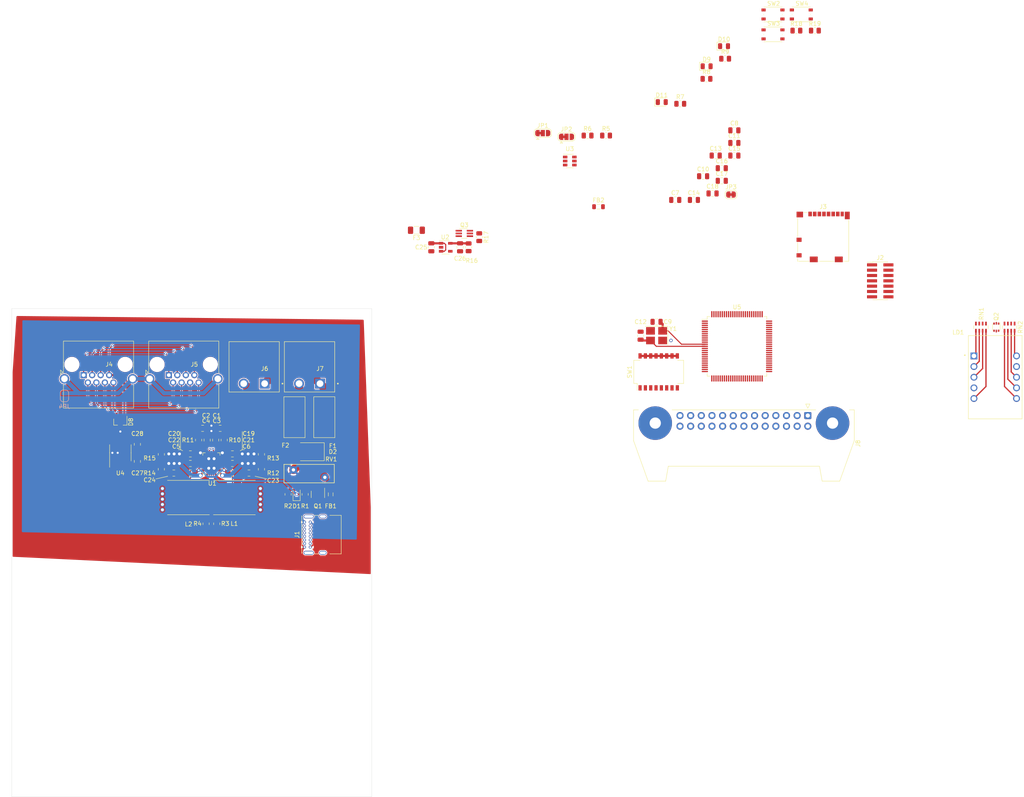
<source format=kicad_pcb>
(kicad_pcb (version 20171130) (host pcbnew 5.1.10-88a1d61d58~88~ubuntu20.04.1)
  (layers (0 F.Cu signal) (31 B.Cu signal) (34 B.Paste user) (35 F.Paste user) (36 B.SilkS user) (37 F.SilkS user) (38 B.Mask user) (39 F.Mask user) (44 Edge.Cuts user))
  (net 0 "")
  (net 1 "Net-(C1-Pad1)")
  (net 2 GND)
  (net 3 "Net-(C2-Pad1)")
  (net 4 +24V)
  (net 5 +3V3)
  (net 6 "Net-(C11-Pad1)")
  (net 7 /mcu/OscIn)
  (net 8 /mcu/OscOut)
  (net 9 +3.3VA)
  (net 10 +5V)
  (net 11 "Net-(D1-Pad2)")
  (net 12 "Net-(D9-Pad2)")
  (net 13 "Net-(D10-Pad2)")
  (net 14 "Net-(D11-Pad2)")
  (net 15 /power/Field24V)
  (net 16 /power/FieldGND)
  (net 17 VBUS)
  (net 18 "Net-(FB1-Pad1)")
  (net 19 /interface/USB_CC1)
  (net 20 /interface/USB_D+)
  (net 21 /interface/USB_D-)
  (net 22 "Net-(J1-PadA8)")
  (net 23 "Net-(J1-PadB8)")
  (net 24 /interface/USB_CC2)
  (net 25 "Net-(J1-PadS1)")
  (net 26 "Net-(J2-Pad1)")
  (net 27 "Net-(J2-Pad2)")
  (net 28 /mcu/dbg_SWDIO)
  (net 29 /mcu/dbg_SWCLK)
  (net 30 /mcu/dbg_SWO)
  (net 31 "Net-(J2-Pad9)")
  (net 32 "Net-(J2-Pad10)")
  (net 33 "Net-(J2-Pad11)")
  (net 34 /mcu/nReset)
  (net 35 /mcu/dbg_UART_Rx)
  (net 36 /mcu/dbg_UART_Tx)
  (net 37 "Net-(JP1-Pad1)")
  (net 38 "Net-(JP2-Pad1)")
  (net 39 "Net-(LD1-Pad1)")
  (net 40 "Net-(LD1-Pad2)")
  (net 41 "Net-(LD1-Pad3)")
  (net 42 "Net-(LD1-Pad4)")
  (net 43 "Net-(LD1-Pad5)")
  (net 44 "Net-(LD1-Pad6)")
  (net 45 "Net-(LD1-Pad7)")
  (net 46 "Net-(LD1-Pad8)")
  (net 47 "Net-(LD1-Pad9)")
  (net 48 "Net-(LD1-Pad10)")
  (net 49 /mcu/Dig2)
  (net 50 /mcu/Dig1)
  (net 51 "Net-(Q3-Pad1)")
  (net 52 "Net-(Q3-Pad2)")
  (net 53 "Net-(Q3-Pad6)")
  (net 54 /mcu/Heartbeat)
  (net 55 /mcu/UserLED)
  (net 56 /mcu/SegD)
  (net 57 /mcu/SegA)
  (net 58 /mcu/SegC)
  (net 59 /mcu/SegB)
  (net 60 /mcu/SegF)
  (net 61 /mcu/SegG)
  (net 62 /mcu/SegE)
  (net 63 /mcu/SegDP)
  (net 64 /mcu/Sw0)
  (net 65 /mcu/Sw1)
  (net 66 /mcu/Sw2)
  (net 67 /mcu/Sw3)
  (net 68 /mcu/Sw4)
  (net 69 /mcu/Sw5)
  (net 70 /mcu/Sw6)
  (net 71 /mcu/Sw7)
  (net 72 /mcu/Boot0)
  (net 73 /mcu/UserBtn)
  (net 74 /power/PG5V)
  (net 75 /power/PG3V3)
  (net 76 "Net-(U2-Pad4)")
  (net 77 /interface/CAN_Tx)
  (net 78 /interface/CAN_Rx)
  (net 79 "Net-(U5-Pad1)")
  (net 80 "Net-(U5-Pad2)")
  (net 81 "Net-(U5-Pad3)")
  (net 82 "Net-(U5-Pad4)")
  (net 83 "Net-(U5-Pad5)")
  (net 84 "Net-(U5-Pad7)")
  (net 85 "Net-(U5-Pad8)")
  (net 86 "Net-(U5-Pad9)")
  (net 87 "Net-(U5-Pad10)")
  (net 88 "Net-(U5-Pad11)")
  (net 89 "Net-(U5-Pad25)")
  (net 90 /mcu/ext_SPI_nSS)
  (net 91 /mcu/ext_SPI_SCK)
  (net 92 /mcu/ext_SPI_MISO)
  (net 93 /mcu/ext_SPI_MOSI)
  (net 94 /mcu/ext_UART_Tx)
  (net 95 /mcu/ext_UART_Rx)
  (net 96 "Net-(U5-Pad32)")
  (net 97 "Net-(U5-Pad33)")
  (net 98 "Net-(U5-Pad34)")
  (net 99 "Net-(U5-Pad36)")
  (net 100 "Net-(U5-Pad38)")
  (net 101 "Net-(U5-Pad39)")
  (net 102 "Net-(U5-Pad40)")
  (net 103 "Net-(U5-Pad41)")
  (net 104 "Net-(U5-Pad42)")
  (net 105 "Net-(U5-Pad43)")
  (net 106 "Net-(U5-Pad44)")
  (net 107 "Net-(U5-Pad45)")
  (net 108 "Net-(U5-Pad46)")
  (net 109 "Net-(U5-Pad47)")
  (net 110 "Net-(U5-Pad50)")
  (net 111 /mcu/ext_CAN_Tx)
  (net 112 /mcu/ext_CAN_Rx)
  (net 113 "Net-(U5-Pad65)")
  (net 114 "Net-(U5-Pad66)")
  (net 115 "Net-(U5-Pad67)")
  (net 116 "Net-(U5-Pad68)")
  (net 117 /mcu/ClkOut)
  (net 118 "Net-(U5-Pad84)")
  (net 119 "Net-(U5-Pad85)")
  (net 120 "Net-(U5-Pad86)")
  (net 121 "Net-(U5-Pad89)")
  (net 122 "Net-(U5-Pad92)")
  (net 123 "Net-(U5-Pad96)")
  (net 124 "Net-(U5-Pad97)")
  (net 125 "Net-(U5-Pad98)")
  (net 126 "Net-(J3-Pad1)")
  (net 127 "Net-(J3-Pad8)")
  (net 128 /interface/SD_nSS)
  (net 129 /interface/SD_MOSI)
  (net 130 /interface/SD_SCK)
  (net 131 /interface/SD_MISO)
  (net 132 "Net-(J3-Pad10)")
  (net 133 "Net-(J3-Pad9)")
  (net 134 /interface/CANH)
  (net 135 /interface/CANL)
  (net 136 "Net-(J4-PadSH)")
  (net 137 /interface/RX-)
  (net 138 /interface/TX-)
  (net 139 /interface/RX+)
  (net 140 /interface/TX+)
  (net 141 "Net-(J8-Pad1)")
  (net 142 "Net-(J8-Pad3)")
  (net 143 "Net-(J8-Pad5)")
  (net 144 "Net-(J8-Pad7)")
  (net 145 "Net-(J8-Pad9)")
  (net 146 "Net-(J8-Pad11)")
  (net 147 "Net-(J8-Pad13)")
  (net 148 "Net-(J8-Pad15)")
  (net 149 "Net-(J8-Pad17)")
  (net 150 "Net-(J8-Pad19)")
  (net 151 "Net-(J8-Pad21)")
  (net 152 "Net-(J8-Pad23)")
  (net 153 "Net-(J8-Pad25)")
  (net 154 "Net-(J8-Pad2)")
  (net 155 "Net-(J8-Pad4)")
  (net 156 "Net-(J8-Pad6)")
  (net 157 "Net-(J8-Pad8)")
  (net 158 "Net-(J8-Pad10)")
  (net 159 "Net-(J8-Pad12)")
  (net 160 "Net-(J8-Pad14)")
  (net 161 "Net-(J8-Pad16)")
  (net 162 "Net-(J8-Pad18)")
  (net 163 "Net-(J8-Pad20)")
  (net 164 "Net-(J8-Pad22)")
  (net 165 "Net-(J8-Pad24)")
  (net 166 "Net-(J8-Pad26)")
  (net 167 "Net-(J8-PadMP)")
  (net 168 /power/COMP1)
  (net 169 /power/COMP2)
  (net 170 /power/SS1)
  (net 171 /power/SS2)
  (net 172 /power/VCC1)
  (net 173 /power/VCC2)
  (net 174 /power/LX1)
  (net 175 /power/LX2)
  (net 176 /power/UVLO)
  (net 177 /power/FB1)
  (net 178 /power/FB2)
  (net 179 /power/FSEL)
  (net 180 /power/MODE2)
  (net 181 /power/SYNC)
  (net 182 /power/MODE1)
  (net 183 /power/LDO_IN)
  (net 184 /power/LDO_OUT)
  (net 185 "Net-(D2-Pad1)")
  (net 186 "Net-(J4-Pad4)")
  (net 187 "Net-(J4-Pad5)")
  (module Connector_RJ:RJ45_Amphenol_RJHSE5380 (layer F.Cu) (at 58.42 125.476)
    (fp_text reference J5 (at 6.096 -2.54) (layer F.SilkS))
    (fp_text value RJHSE5380)
    (pad 1 thru_hole rect (at 0 0) (size 1.5 1.5) (drill 0.89) (layers *.Cu *.Mask) (net 140 /interface/TX+))
    (pad 3 thru_hole circle (at 2.032 0) (size 1.5 1.5) (drill 0.89) (layers *.Cu *.Mask) (net 139 /interface/RX+))
    (pad 5 thru_hole circle (at 4.064 0) (size 1.5 1.5) (drill 0.89) (layers *.Cu *.Mask) (net 187 "Net-(J4-Pad5)"))
    (pad 7 thru_hole circle (at 6.096 0) (size 1.5 1.5) (drill 0.89) (layers *.Cu *.Mask) (net 135 /interface/CANL))
    (pad 2 thru_hole circle (at 1.016 1.78) (size 1.5 1.5) (drill 0.89) (layers *.Cu *.Mask) (net 138 /interface/TX-))
    (pad 4 thru_hole circle (at 3.048 1.78) (size 1.5 1.5) (drill 0.89) (layers *.Cu *.Mask) (net 186 "Net-(J4-Pad4)"))
    (pad 6 thru_hole circle (at 5.08 1.78) (size 1.5 1.5) (drill 0.89) (layers *.Cu *.Mask) (net 137 /interface/RX-))
    (pad 8 thru_hole circle (at 7.112 1.78) (size 1.5 1.5) (drill 0.89) (layers *.Cu *.Mask) (net 134 /interface/CANH))
    (pad "" np_thru_hole circle (at -2.79 -2.54) (size 3.25 3.25) (drill 3.25) (layers *.Cu *.Mask))
    (pad "" np_thru_hole circle (at 9.91 -2.54) (size 3.25 3.25) (drill 3.25) (layers *.Cu *.Mask))
    (pad SH thru_hole circle (at 11.69 0.89) (size 2.3 2.3) (drill 1.57) (layers *.Cu *.Mask) (net 136 "Net-(J4-PadSH)"))
    (pad SH thru_hole circle (at -4.57 0.89) (size 2.3 2.3) (drill 1.57) (layers *.Cu *.Mask) (net 136 "Net-(J4-PadSH)"))
  )
  (module Capacitor_SMD:C_0805_2012Metric (layer F.Cu) (at 70.678 138.176 180)
    (fp_text reference C1 (at 0.828 3.048) (layer F.SilkS))
    (fp_text value 2n7)
    (pad 1 smd roundrect (at -0.95 0 180) (size 1 1.45) (layers F.Cu F.Paste F.Mask) (net 1 "Net-(C1-Pad1)"))
    (pad 2 smd roundrect (at 0.95 0 180) (size 1 1.45) (layers F.Cu F.Paste F.Mask) (net 2 GND))
  )
  (module Capacitor_SMD:C_0805_2012Metric (layer F.Cu) (at 66.482 138.176)
    (fp_text reference C2 (at 0.828 -3.048 180) (layer F.SilkS))
    (fp_text value 2n7)
    (pad 1 smd roundrect (at -0.95 0) (size 1 1.45) (layers F.Cu F.Paste F.Mask) (net 3 "Net-(C2-Pad1)"))
    (pad 2 smd roundrect (at 0.95 0) (size 1 1.45) (layers F.Cu F.Paste F.Mask) (net 2 GND))
  )
  (module Capacitor_SMD:C_0805_2012Metric (layer F.Cu) (at 69.596 140.97 90)
    (fp_text reference C3 (at 4.572 0.254 180) (layer F.SilkS))
    (fp_text value 33p)
    (pad 1 smd roundrect (at -0.95 0 90) (size 1 1.45) (layers F.Cu F.Paste F.Mask) (net 168 /power/COMP1))
    (pad 2 smd roundrect (at 0.95 0 90) (size 1 1.45) (layers F.Cu F.Paste F.Mask) (net 2 GND))
  )
  (module Capacitor_SMD:C_0805_2012Metric (layer F.Cu) (at 67.564 140.97 90)
    (fp_text reference C4 (at 4.572 -0.254 180) (layer F.SilkS))
    (fp_text value 22p)
    (pad 2 smd roundrect (at 0.95 0 90) (size 1 1.45) (layers F.Cu F.Paste F.Mask) (net 2 GND))
    (pad 1 smd roundrect (at -0.95 0 90) (size 1 1.45) (layers F.Cu F.Paste F.Mask) (net 169 /power/COMP2))
  )
  (module Capacitor_SMD:C_0805_2012Metric (layer F.Cu) (at 63.566 148.844 180)
    (fp_text reference C5 (at 3.368 6.35) (layer F.SilkS))
    (fp_text value 2u2)
    (pad 1 smd roundrect (at -0.95 0 180) (size 1 1.45) (layers F.Cu F.Paste F.Mask) (net 4 +24V))
    (pad 2 smd roundrect (at 0.95 0 180) (size 1 1.45) (layers F.Cu F.Paste F.Mask) (net 2 GND))
  )
  (module Capacitor_SMD:C_0805_2012Metric (layer F.Cu) (at 73.594 148.844)
    (fp_text reference C6 (at 3.368 -6.35) (layer F.SilkS))
    (fp_text value 2u2)
    (pad 2 smd roundrect (at 0.95 0) (size 1 1.45) (layers F.Cu F.Paste F.Mask) (net 2 GND))
    (pad 1 smd roundrect (at -0.95 0) (size 1 1.45) (layers F.Cu F.Paste F.Mask) (net 4 +24V))
  )
  (module Capacitor_SMD:C_0805_2012Metric (layer F.Cu) (at 179.203001 83.701001)
    (fp_text reference C7 (at 0 -1.68) (layer F.SilkS))
    (fp_text value 100n)
    (pad 2 smd roundrect (at 0.95 0) (size 1 1.45) (layers F.Cu F.Paste F.Mask) (net 2 GND))
    (pad 1 smd roundrect (at -0.95 0) (size 1 1.45) (layers F.Cu F.Paste F.Mask) (net 5 +3V3))
  )
  (module Capacitor_SMD:C_0805_2012Metric (layer F.Cu) (at 193.303001 67.101001)
    (fp_text reference C8 (at 0 -1.68) (layer F.SilkS))
    (fp_text value 1u)
    (pad 2 smd roundrect (at 0.95 0) (size 1 1.45) (layers F.Cu F.Paste F.Mask) (net 2 GND))
    (pad 1 smd roundrect (at -0.95 0) (size 1 1.45) (layers F.Cu F.Paste F.Mask) (net 6 "Net-(C11-Pad1)"))
  )
  (module Capacitor_SMD:C_0805_2012Metric (layer F.Cu) (at 174.752 112.776 180)
    (fp_text reference C9 (at -2.667 0) (layer F.SilkS))
    (fp_text value TBD)
    (pad 2 smd roundrect (at 0.95 0 180) (size 1 1.45) (layers F.Cu F.Paste F.Mask) (net 2 GND))
    (pad 1 smd roundrect (at -0.95 0 180) (size 1 1.45) (layers F.Cu F.Paste F.Mask) (net 7 /mcu/OscIn))
  )
  (module Capacitor_SMD:C_0805_2012Metric (layer F.Cu) (at 185.853001 78.051001)
    (fp_text reference C10 (at 0 -1.68) (layer F.SilkS))
    (fp_text value 100n)
    (pad 1 smd roundrect (at -0.95 0) (size 1 1.45) (layers F.Cu F.Paste F.Mask) (net 5 +3V3))
    (pad 2 smd roundrect (at 0.95 0) (size 1 1.45) (layers F.Cu F.Paste F.Mask) (net 2 GND))
  )
  (module Capacitor_SMD:C_0805_2012Metric (layer F.Cu) (at 193.303001 70.111001)
    (fp_text reference C11 (at 0 -1.68) (layer F.SilkS))
    (fp_text value 10n)
    (pad 2 smd roundrect (at 0.95 0) (size 1 1.45) (layers F.Cu F.Paste F.Mask) (net 2 GND))
    (pad 1 smd roundrect (at -0.95 0) (size 1 1.45) (layers F.Cu F.Paste F.Mask) (net 6 "Net-(C11-Pad1)"))
  )
  (module Capacitor_SMD:C_0805_2012Metric (layer F.Cu) (at 170.942 116.078 90)
    (fp_text reference C12 (at 3.302 0 180) (layer F.SilkS))
    (fp_text value TBD)
    (pad 1 smd roundrect (at -0.95 0 90) (size 1 1.45) (layers F.Cu F.Paste F.Mask) (net 8 /mcu/OscOut))
    (pad 2 smd roundrect (at 0.95 0 90) (size 1 1.45) (layers F.Cu F.Paste F.Mask) (net 2 GND))
  )
  (module Capacitor_SMD:C_0805_2012Metric (layer F.Cu) (at 188.853001 73.121001)
    (fp_text reference C13 (at 0 -1.68) (layer F.SilkS))
    (fp_text value 100n)
    (pad 2 smd roundrect (at 0.95 0) (size 1 1.45) (layers F.Cu F.Paste F.Mask) (net 2 GND))
    (pad 1 smd roundrect (at -0.95 0) (size 1 1.45) (layers F.Cu F.Paste F.Mask) (net 5 +3V3))
  )
  (module Capacitor_SMD:C_0805_2012Metric (layer F.Cu) (at 183.653001 83.701001)
    (fp_text reference C14 (at 0 -1.68) (layer F.SilkS))
    (fp_text value 100n)
    (pad 1 smd roundrect (at -0.95 0) (size 1 1.45) (layers F.Cu F.Paste F.Mask) (net 5 +3V3))
    (pad 2 smd roundrect (at 0.95 0) (size 1 1.45) (layers F.Cu F.Paste F.Mask) (net 2 GND))
  )
  (module Capacitor_SMD:C_0805_2012Metric (layer F.Cu) (at 193.303001 73.121001)
    (fp_text reference C15 (at 0 -1.68) (layer F.SilkS))
    (fp_text value 100n)
    (pad 2 smd roundrect (at 0.95 0) (size 1 1.45) (layers F.Cu F.Paste F.Mask) (net 2 GND))
    (pad 1 smd roundrect (at -0.95 0) (size 1 1.45) (layers F.Cu F.Paste F.Mask) (net 5 +3V3))
  )
  (module Capacitor_SMD:C_0805_2012Metric (layer F.Cu) (at 190.303001 76.131001)
    (fp_text reference C16 (at 0 -1.68) (layer F.SilkS))
    (fp_text value 10n)
    (pad 2 smd roundrect (at 0.95 0) (size 1 1.45) (layers F.Cu F.Paste F.Mask) (net 2 GND))
    (pad 1 smd roundrect (at -0.95 0) (size 1 1.45) (layers F.Cu F.Paste F.Mask) (net 9 +3.3VA))
  )
  (module Capacitor_SMD:C_0805_2012Metric (layer F.Cu) (at 190.303001 79.141001)
    (fp_text reference C17 (at 0 -1.68) (layer F.SilkS))
    (fp_text value 4u7)
    (pad 1 smd roundrect (at -0.95 0) (size 1 1.45) (layers F.Cu F.Paste F.Mask) (net 5 +3V3))
    (pad 2 smd roundrect (at 0.95 0) (size 1 1.45) (layers F.Cu F.Paste F.Mask) (net 2 GND))
  )
  (module Capacitor_SMD:C_0805_2012Metric (layer F.Cu) (at 188.103001 82.151001)
    (fp_text reference C18 (at 0 -1.68) (layer F.SilkS))
    (fp_text value 1u)
    (pad 2 smd roundrect (at 0.95 0) (size 1 1.45) (layers F.Cu F.Paste F.Mask) (net 2 GND))
    (pad 1 smd roundrect (at -0.95 0) (size 1 1.45) (layers F.Cu F.Paste F.Mask) (net 9 +3.3VA))
  )
  (module Capacitor_SMD:C_0805_2012Metric (layer F.Cu) (at 73.594 144.272)
    (fp_text reference C19 (at 3.876 -4.826) (layer F.SilkS))
    (fp_text value 3n3)
    (pad 1 smd roundrect (at -0.95 0) (size 1 1.45) (layers F.Cu F.Paste F.Mask) (net 170 /power/SS1))
    (pad 2 smd roundrect (at 0.95 0) (size 1 1.45) (layers F.Cu F.Paste F.Mask) (net 2 GND))
  )
  (module Capacitor_SMD:C_0805_2012Metric (layer F.Cu) (at 63.566 144.272 180)
    (fp_text reference C20 (at 3.876 4.826) (layer F.SilkS))
    (fp_text value 3n3)
    (pad 2 smd roundrect (at 0.95 0 180) (size 1 1.45) (layers F.Cu F.Paste F.Mask) (net 2 GND))
    (pad 1 smd roundrect (at -0.95 0 180) (size 1 1.45) (layers F.Cu F.Paste F.Mask) (net 171 /power/SS2))
  )
  (module Capacitor_SMD:C_0805_2012Metric (layer F.Cu) (at 73.594 146.558 180)
    (fp_text reference C21 (at -3.876 5.588) (layer F.SilkS))
    (fp_text value 1u)
    (pad 2 smd roundrect (at 0.95 0 180) (size 1 1.45) (layers F.Cu F.Paste F.Mask) (net 172 /power/VCC1))
    (pad 1 smd roundrect (at -0.95 0 180) (size 1 1.45) (layers F.Cu F.Paste F.Mask) (net 2 GND))
  )
  (module Capacitor_SMD:C_0805_2012Metric (layer F.Cu) (at 63.566 146.558)
    (fp_text reference C22 (at -3.876 -5.588) (layer F.SilkS))
    (fp_text value 1u)
    (pad 1 smd roundrect (at -0.95 0) (size 1 1.45) (layers F.Cu F.Paste F.Mask) (net 2 GND))
    (pad 2 smd roundrect (at 0.95 0) (size 1 1.45) (layers F.Cu F.Paste F.Mask) (net 173 /power/VCC2))
  )
  (module Capacitor_SMD:C_0805_2012Metric (layer F.Cu) (at 77.536 148.844 180)
    (fp_text reference C23 (at -5.776 -1.778) (layer F.SilkS))
    (fp_text value 10u)
    (pad 1 smd roundrect (at -0.95 0 180) (size 1 1.45) (layers F.Cu F.Paste F.Mask) (net 10 +5V))
    (pad 2 smd roundrect (at 0.95 0 180) (size 1 1.45) (layers F.Cu F.Paste F.Mask) (net 2 GND))
  )
  (module Capacitor_SMD:C_0805_2012Metric (layer F.Cu) (at 59.624 148.844)
    (fp_text reference C24 (at -5.776 1.651) (layer F.SilkS))
    (fp_text value 22u)
    (pad 1 smd roundrect (at -0.95 0) (size 1 1.45) (layers F.Cu F.Paste F.Mask) (net 5 +3V3))
    (pad 2 smd roundrect (at 0.95 0) (size 1 1.45) (layers F.Cu F.Paste F.Mask) (net 2 GND))
  )
  (module Capacitor_SMD:C_0805_2012Metric (layer F.Cu) (at 121.031 94.996 270)
    (fp_text reference C25 (at 0 2.413 180) (layer F.SilkS))
    (fp_text value 1u)
    (pad 1 smd roundrect (at -0.95 0 270) (size 1 1.45) (layers F.Cu F.Paste F.Mask) (net 183 /power/LDO_IN))
    (pad 2 smd roundrect (at 0.95 0 270) (size 1 1.45) (layers F.Cu F.Paste F.Mask) (net 2 GND))
  )
  (module Capacitor_SMD:C_0805_2012Metric (layer F.Cu) (at 127.889 94.996 270)
    (fp_text reference C26 (at 2.667 0 180) (layer F.SilkS))
    (fp_text value 1u)
    (pad 1 smd roundrect (at -0.95 0 270) (size 1 1.45) (layers F.Cu F.Paste F.Mask) (net 184 /power/LDO_OUT))
    (pad 2 smd roundrect (at 0.95 0 270) (size 1 1.45) (layers F.Cu F.Paste F.Mask) (net 2 GND))
  )
  (module Package_TO_SOT_SMD:SOT-23 (layer F.Cu) (at 46.863 136.652 270)
    (fp_text reference D8 (at 0 -2.5 90) (layer F.SilkS))
    (fp_text value NUP2105L)
    (pad 1 smd rect (at -1 -0.95 270) (size 0.9 0.8) (layers F.Cu F.Paste F.Mask) (net 135 /interface/CANL))
    (pad 2 smd rect (at -1 0.95 270) (size 0.9 0.8) (layers F.Cu F.Paste F.Mask) (net 134 /interface/CANH))
    (pad 3 smd rect (at 1 0 270) (size 0.9 0.8) (layers F.Cu F.Paste F.Mask) (net 2 GND))
  )
  (module LED_SMD:LED_0805_2012Metric (layer F.Cu) (at 186.693001 51.826001)
    (fp_text reference D9 (at 0 -1.65) (layer F.SilkS))
    (fp_text value RED)
    (pad 1 smd roundrect (at -0.9375 0) (size 0.975 1.4) (layers F.Cu F.Paste F.Mask) (net 2 GND))
    (pad 2 smd roundrect (at 0.9375 0) (size 0.975 1.4) (layers F.Cu F.Paste F.Mask) (net 12 "Net-(D9-Pad2)"))
  )
  (module LED_SMD:LED_0805_2012Metric (layer F.Cu) (at 190.843001 47.026001)
    (fp_text reference D10 (at 0 -1.65) (layer F.SilkS))
    (fp_text value GREEN)
    (pad 2 smd roundrect (at 0.9375 0) (size 0.975 1.4) (layers F.Cu F.Paste F.Mask) (net 13 "Net-(D10-Pad2)"))
    (pad 1 smd roundrect (at -0.9375 0) (size 0.975 1.4) (layers F.Cu F.Paste F.Mask) (net 2 GND))
  )
  (module LED_SMD:LED_0805_2012Metric (layer F.Cu) (at 175.993001 60.366001)
    (fp_text reference D11 (at 0 -1.65) (layer F.SilkS))
    (fp_text value BLUE)
    (pad 1 smd roundrect (at -0.9375 0) (size 0.975 1.4) (layers F.Cu F.Paste F.Mask) (net 2 GND))
    (pad 2 smd roundrect (at 0.9375 0) (size 0.975 1.4) (layers F.Cu F.Paste F.Mask) (net 14 "Net-(D11-Pad2)"))
  )
  (module Littelfuse-154:Littelfuse-154 (layer F.Cu) (at 95.504 135.519 90)
    (fp_text reference F1 (at -6.848 2.032 180) (layer F.SilkS))
    (fp_text value 500mA)
    (pad 1 smd rect (at -3.185 0 90) (size 4.24 3.81) (layers F.Cu F.Paste F.Mask) (net 185 "Net-(D2-Pad1)"))
    (pad 2 smd rect (at 3.185 0 90) (size 4.24 3.81) (layers F.Cu F.Paste F.Mask) (net 15 /power/Field24V))
  )
  (module Littelfuse-154:Littelfuse-154 (layer F.Cu) (at 88.392 135.519 90)
    (fp_text reference F2 (at -6.721 -2.159 180) (layer F.SilkS))
    (fp_text value 500mA)
    (pad 2 smd rect (at 3.185 0 90) (size 4.24 3.81) (layers F.Cu F.Paste F.Mask) (net 16 /power/FieldGND))
    (pad 1 smd rect (at -3.185 0 90) (size 4.24 3.81) (layers F.Cu F.Paste F.Mask) (net 2 GND))
  )
  (module Fuse:Fuse_1206_3216Metric (layer F.Cu) (at 117.475 90.932 180)
    (fp_text reference F3 (at 0 -1.82) (layer F.SilkS))
    (fp_text value 500mA)
    (pad 1 smd roundrect (at -1.4 0 180) (size 1.25 1.75) (layers F.Cu F.Paste F.Mask) (roundrect_rratio 0.2) (net 183 /power/LDO_IN))
    (pad 2 smd roundrect (at 1.4 0 180) (size 1.25 1.75) (layers F.Cu F.Paste F.Mask) (roundrect_rratio 0.2) (net 17 VBUS))
  )
  (module Inductor_SMD:L_0805_2012Metric (layer F.Cu) (at 97.028 153.924 90)
    (fp_text reference FB1 (at -2.794 0 180) (layer F.SilkS))
    (fp_text value 1k@100MHz)
    (pad 1 smd roundrect (at -1.0625 0 90) (size 0.875 1.2) (layers F.Cu F.Paste F.Mask) (net 18 "Net-(FB1-Pad1)"))
    (pad 2 smd roundrect (at 1.0625 0 90) (size 0.875 1.2) (layers F.Cu F.Paste F.Mask) (net 185 "Net-(D2-Pad1)"))
  )
  (module Inductor_SMD:L_0805_2012Metric (layer F.Cu) (at 160.903001 85.321001)
    (fp_text reference FB2 (at 0 -1.55) (layer F.SilkS))
    (fp_text value 1k@100MHz)
    (pad 2 smd roundrect (at 1.0625 0) (size 0.875 1.2) (layers F.Cu F.Paste F.Mask) (net 5 +3V3))
    (pad 1 smd roundrect (at -1.0625 0) (size 0.875 1.2) (layers F.Cu F.Paste F.Mask) (net 9 +3.3VA))
  )
  (module Connector_USB:USB_C_Receptacle_GCT_USB4085 (layer F.Cu) (at 90.805 166.497 90)
    (fp_text reference J1 (at 2.975 -1.8 90) (layer F.SilkS))
    (fp_text value USB_C_Receptacle_USB2.0)
    (pad A1 thru_hole circle (at 0 0 90) (size 0.7 0.7) (drill 0.4) (layers *.Cu *.Mask) (net 2 GND))
    (pad A4 thru_hole circle (at 0.85 0 90) (size 0.7 0.7) (drill 0.4) (layers *.Cu *.Mask) (net 17 VBUS))
    (pad A5 thru_hole circle (at 1.7 0 90) (size 0.7 0.7) (drill 0.4) (layers *.Cu *.Mask) (net 19 /interface/USB_CC1))
    (pad A6 thru_hole circle (at 2.55 0 90) (size 0.7 0.7) (drill 0.4) (layers *.Cu *.Mask) (net 20 /interface/USB_D+))
    (pad A7 thru_hole circle (at 3.4 0 90) (size 0.7 0.7) (drill 0.4) (layers *.Cu *.Mask) (net 21 /interface/USB_D-))
    (pad A8 thru_hole circle (at 4.25 0 90) (size 0.7 0.7) (drill 0.4) (layers *.Cu *.Mask) (net 22 "Net-(J1-PadA8)"))
    (pad A9 thru_hole circle (at 5.1 0 90) (size 0.7 0.7) (drill 0.4) (layers *.Cu *.Mask) (net 17 VBUS))
    (pad A12 thru_hole circle (at 5.95 0 90) (size 0.7 0.7) (drill 0.4) (layers *.Cu *.Mask) (net 2 GND))
    (pad B9 thru_hole circle (at 0.85 1.35 90) (size 0.7 0.7) (drill 0.4) (layers *.Cu *.Mask) (net 17 VBUS))
    (pad B7 thru_hole circle (at 2.55 1.35 90) (size 0.7 0.7) (drill 0.4) (layers *.Cu *.Mask) (net 21 /interface/USB_D-))
    (pad B8 thru_hole circle (at 1.7 1.35 90) (size 0.7 0.7) (drill 0.4) (layers *.Cu *.Mask) (net 23 "Net-(J1-PadB8)"))
    (pad B12 thru_hole circle (at 0 1.35 90) (size 0.7 0.7) (drill 0.4) (layers *.Cu *.Mask) (net 2 GND))
    (pad B5 thru_hole circle (at 4.25 1.35 90) (size 0.7 0.7) (drill 0.4) (layers *.Cu *.Mask) (net 24 /interface/USB_CC2))
    (pad B4 thru_hole circle (at 5.1 1.35 90) (size 0.7 0.7) (drill 0.4) (layers *.Cu *.Mask) (net 17 VBUS))
    (pad B1 thru_hole circle (at 5.95 1.35 90) (size 0.7 0.7) (drill 0.4) (layers *.Cu *.Mask) (net 2 GND))
    (pad B6 thru_hole circle (at 3.4 1.35 90) (size 0.7 0.7) (drill 0.4) (layers *.Cu *.Mask) (net 20 /interface/USB_D+))
    (pad S1 thru_hole oval (at -1.35 0.98 90) (size 0.9 2.4) (drill oval 0.6 2.1) (layers *.Cu *.Mask) (net 25 "Net-(J1-PadS1)"))
    (pad S1 thru_hole oval (at 7.3 0.98 90) (size 0.9 2.4) (drill oval 0.6 2.1) (layers *.Cu *.Mask) (net 25 "Net-(J1-PadS1)"))
    (pad S1 thru_hole oval (at -1.35 4.36 90) (size 0.9 1.7) (drill oval 0.6 1.4) (layers *.Cu *.Mask) (net 25 "Net-(J1-PadS1)"))
    (pad S1 thru_hole oval (at 7.3 4.36 90) (size 0.9 1.7) (drill oval 0.6 1.4) (layers *.Cu *.Mask) (net 25 "Net-(J1-PadS1)"))
  )
  (module Connector_PinHeader_1.27mm:PinHeader_2x07_P1.27mm_Vertical_SMD (layer F.Cu) (at 228.092 102.997)
    (fp_text reference J2 (at 0 -5.505) (layer F.SilkS))
    (fp_text value Conn_ST_STDC14)
    (pad 1 smd rect (at -1.95 -3.81) (size 2.4 0.74) (layers F.Cu F.Paste F.Mask) (net 26 "Net-(J2-Pad1)"))
    (pad 2 smd rect (at 1.95 -3.81) (size 2.4 0.74) (layers F.Cu F.Paste F.Mask) (net 27 "Net-(J2-Pad2)"))
    (pad 3 smd rect (at -1.95 -2.54) (size 2.4 0.74) (layers F.Cu F.Paste F.Mask) (net 5 +3V3))
    (pad 4 smd rect (at 1.95 -2.54) (size 2.4 0.74) (layers F.Cu F.Paste F.Mask) (net 28 /mcu/dbg_SWDIO))
    (pad 5 smd rect (at -1.95 -1.27) (size 2.4 0.74) (layers F.Cu F.Paste F.Mask) (net 2 GND))
    (pad 6 smd rect (at 1.95 -1.27) (size 2.4 0.74) (layers F.Cu F.Paste F.Mask) (net 29 /mcu/dbg_SWCLK))
    (pad 7 smd rect (at -1.95 0) (size 2.4 0.74) (layers F.Cu F.Paste F.Mask) (net 2 GND))
    (pad 8 smd rect (at 1.95 0) (size 2.4 0.74) (layers F.Cu F.Paste F.Mask) (net 30 /mcu/dbg_SWO))
    (pad 9 smd rect (at -1.95 1.27) (size 2.4 0.74) (layers F.Cu F.Paste F.Mask) (net 31 "Net-(J2-Pad9)"))
    (pad 10 smd rect (at 1.95 1.27) (size 2.4 0.74) (layers F.Cu F.Paste F.Mask) (net 32 "Net-(J2-Pad10)"))
    (pad 11 smd rect (at -1.95 2.54) (size 2.4 0.74) (layers F.Cu F.Paste F.Mask) (net 33 "Net-(J2-Pad11)"))
    (pad 12 smd rect (at 1.95 2.54) (size 2.4 0.74) (layers F.Cu F.Paste F.Mask) (net 34 /mcu/nReset))
    (pad 13 smd rect (at -1.95 3.81) (size 2.4 0.74) (layers F.Cu F.Paste F.Mask) (net 35 /mcu/dbg_UART_Rx))
    (pad 14 smd rect (at 1.95 3.81) (size 2.4 0.74) (layers F.Cu F.Paste F.Mask) (net 36 /mcu/dbg_UART_Tx))
  )
  (module Jumper:SolderJumper-3_P1.3mm_Bridged12_RoundedPad1.0x1.5mm (layer F.Cu) (at 147.613001 67.767001)
    (fp_text reference JP1 (at 0 -1.8) (layer F.SilkS))
    (fp_text value CC1)
    (fp_poly (pts (xy -0.9 -0.3) (xy -0.4 -0.3) (xy -0.4 0.3) (xy -0.9 0.3)) (layer F.Cu) (width 0))
    (pad 1 smd custom (at -1.3 0) (size 1 0.5) (layers F.Cu F.Mask) (net 37 "Net-(JP1-Pad1)") (options (clearance outline) (anchor rect)) (primitives (gr_circle (center 0 0.25) (end 0.5 0.25) (width 0)) (gr_circle (center 0 -0.25) (end 0.5 -0.25) (width 0)) (gr_poly (pts (xy 0.55 -0.75) (xy 0 -0.75) (xy 0 0.75) (xy 0.55 0.75)) (width 0))))
    (pad 2 smd rect (at 0 0) (size 1 1.5) (layers F.Cu F.Mask) (net 19 /interface/USB_CC1))
    (pad 3 smd custom (at 1.3 0) (size 1 0.5) (layers F.Cu F.Mask) (net 19 /interface/USB_CC1) (options (clearance outline) (anchor rect)) (primitives (gr_circle (center 0 0.25) (end 0.5 0.25) (width 0)) (gr_circle (center 0 -0.25) (end 0.5 -0.25) (width 0)) (gr_poly (pts (xy -0.55 -0.75) (xy 0 -0.75) (xy 0 0.75) (xy -0.55 0.75)) (width 0))))
  )
  (module Jumper:SolderJumper-3_P1.3mm_Bridged12_RoundedPad1.0x1.5mm (layer F.Cu) (at 153.263001 68.647001)
    (fp_text reference JP2 (at 0 -1.8) (layer F.SilkS))
    (fp_text value CC2)
    (fp_poly (pts (xy -0.9 -0.3) (xy -0.4 -0.3) (xy -0.4 0.3) (xy -0.9 0.3)) (layer F.Cu) (width 0))
    (pad 3 smd custom (at 1.3 0) (size 1 0.5) (layers F.Cu F.Mask) (net 24 /interface/USB_CC2) (options (clearance outline) (anchor rect)) (primitives (gr_circle (center 0 0.25) (end 0.5 0.25) (width 0)) (gr_circle (center 0 -0.25) (end 0.5 -0.25) (width 0)) (gr_poly (pts (xy -0.55 -0.75) (xy 0 -0.75) (xy 0 0.75) (xy -0.55 0.75)) (width 0))))
    (pad 2 smd rect (at 0 0) (size 1 1.5) (layers F.Cu F.Mask) (net 24 /interface/USB_CC2))
    (pad 1 smd custom (at -1.3 0) (size 1 0.5) (layers F.Cu F.Mask) (net 38 "Net-(JP2-Pad1)") (options (clearance outline) (anchor rect)) (primitives (gr_circle (center 0 0.25) (end 0.5 0.25) (width 0)) (gr_circle (center 0 -0.25) (end 0.5 -0.25) (width 0)) (gr_poly (pts (xy 0.55 -0.75) (xy 0 -0.75) (xy 0 0.75) (xy 0.55 0.75)) (width 0))))
  )
  (module Jumper:SolderJumper-2_P1.3mm_Bridged_RoundedPad1.0x1.5mm (layer F.Cu) (at 192.503001 82.421001)
    (fp_text reference JP3 (at 0 -1.8) (layer F.SilkS))
    (fp_text value Jumper_2_Bridged)
    (fp_poly (pts (xy 0.25 -0.3) (xy -0.25 -0.3) (xy -0.25 0.3) (xy 0.25 0.3)) (layer F.Cu) (width 0))
    (pad 2 smd custom (at 0.65 0) (size 1 0.5) (layers F.Cu F.Mask) (net 6 "Net-(C11-Pad1)") (options (clearance outline) (anchor rect)) (primitives (gr_circle (center 0 0.25) (end 0.5 0.25) (width 0)) (gr_circle (center 0 -0.25) (end 0.5 -0.25) (width 0)) (gr_poly (pts (xy 0 -0.75) (xy -0.5 -0.75) (xy -0.5 0.75) (xy 0 0.75)) (width 0))))
    (pad 1 smd custom (at -0.65 0) (size 1 0.5) (layers F.Cu F.Mask) (net 9 +3.3VA) (options (clearance outline) (anchor rect)) (primitives (gr_circle (center 0 0.25) (end 0.5 0.25) (width 0)) (gr_circle (center 0 -0.25) (end 0.5 -0.25) (width 0)) (gr_poly (pts (xy 0 -0.75) (xy 0.5 -0.75) (xy 0.5 0.75) (xy 0 0.75)) (width 0))))
  )
  (module LTD-470:LED_LTD-4708G (layer F.Cu) (at 255.524 125.984)
    (fp_text reference LD1 (at -8.8392 -10.6934) (layer F.SilkS))
    (fp_text value LTD4708G)
    (pad 1 thru_hole rect (at -5.08 -5.08) (size 1.62 1.62) (drill 1.08) (layers *.Cu *.Mask) (net 39 "Net-(LD1-Pad1)"))
    (pad 2 thru_hole circle (at -5.08 -2.54) (size 1.62 1.62) (drill 1.08) (layers *.Cu *.Mask) (net 40 "Net-(LD1-Pad2)"))
    (pad 3 thru_hole circle (at -5.08 0) (size 1.62 1.62) (drill 1.08) (layers *.Cu *.Mask) (net 41 "Net-(LD1-Pad3)"))
    (pad 4 thru_hole circle (at -5.08 2.54) (size 1.62 1.62) (drill 1.08) (layers *.Cu *.Mask) (net 42 "Net-(LD1-Pad4)"))
    (pad 5 thru_hole circle (at -5.08 5.08) (size 1.62 1.62) (drill 1.08) (layers *.Cu *.Mask) (net 43 "Net-(LD1-Pad5)"))
    (pad 6 thru_hole circle (at 5.08 5.08) (size 1.62 1.62) (drill 1.08) (layers *.Cu *.Mask) (net 44 "Net-(LD1-Pad6)"))
    (pad 7 thru_hole circle (at 5.08 2.54) (size 1.62 1.62) (drill 1.08) (layers *.Cu *.Mask) (net 45 "Net-(LD1-Pad7)"))
    (pad 8 thru_hole circle (at 5.08 0) (size 1.62 1.62) (drill 1.08) (layers *.Cu *.Mask) (net 46 "Net-(LD1-Pad8)"))
    (pad 9 thru_hole circle (at 5.08 -2.54) (size 1.62 1.62) (drill 1.08) (layers *.Cu *.Mask) (net 47 "Net-(LD1-Pad9)"))
    (pad 10 thru_hole circle (at 5.08 -5.08) (size 1.62 1.62) (drill 1.08) (layers *.Cu *.Mask) (net 48 "Net-(LD1-Pad10)"))
  )
  (module Package_SO:TSOP-6_1.65x3.05mm_P0.95mm (layer F.Cu) (at 93.98 153.924 270)
    (fp_text reference Q1 (at 2.794 0 180) (layer F.SilkS))
    (fp_text value Si3129DV)
    (pad 1 smd rect (at -1.16 -0.95 270) (size 0.7 0.51) (layers F.Cu F.Paste F.Mask) (net 18 "Net-(FB1-Pad1)"))
    (pad 2 smd rect (at -1.16 0 270) (size 0.7 0.51) (layers F.Cu F.Paste F.Mask) (net 18 "Net-(FB1-Pad1)"))
    (pad 3 smd rect (at -1.16 0.95 270) (size 0.7 0.51) (layers F.Cu F.Paste F.Mask) (net 11 "Net-(D1-Pad2)"))
    (pad 4 smd rect (at 1.16 0.95 270) (size 0.7 0.51) (layers F.Cu F.Paste F.Mask) (net 4 +24V))
    (pad 5 smd rect (at 1.16 0 270) (size 0.7 0.51) (layers F.Cu F.Paste F.Mask) (net 18 "Net-(FB1-Pad1)"))
    (pad 6 smd rect (at 1.16 -0.95 270) (size 0.7 0.51) (layers F.Cu F.Paste F.Mask) (net 18 "Net-(FB1-Pad1)"))
  )
  (module Package_TO_SOT_SMD:SOT-666 (layer F.Cu) (at 255.778 114.046 270)
    (fp_text reference Q2 (at -2.54 0 90) (layer F.SilkS))
    (fp_text value PMDT290UNE)
    (pad 1 smd rect (at -0.85 -0.5375 270) (size 0.5 0.375) (layers F.Cu F.Paste F.Mask) (net 2 GND))
    (pad 3 smd rect (at -0.85 0.5375 270) (size 0.5 0.375) (layers F.Cu F.Paste F.Mask) (net 42 "Net-(LD1-Pad4)"))
    (pad 5 smd rect (at 0.925 0 270) (size 0.65 0.3) (layers F.Cu F.Paste F.Mask) (net 49 /mcu/Dig2))
    (pad 2 smd rect (at -0.925 0 270) (size 0.65 0.3) (layers F.Cu F.Paste F.Mask) (net 50 /mcu/Dig1))
    (pad 4 smd rect (at 0.85 0.5375 270) (size 0.5 0.375) (layers F.Cu F.Paste F.Mask) (net 2 GND))
    (pad 6 smd rect (at 0.85 -0.5375 270) (size 0.5 0.375) (layers F.Cu F.Paste F.Mask) (net 47 "Net-(LD1-Pad9)"))
  )
  (module Package_TO_SOT_SMD:SOT-363_SC-70-6_Handsoldering (layer F.Cu) (at 128.905 91.694)
    (fp_text reference Q3 (at 0 -2) (layer F.SilkS))
    (fp_text value Si1967DH)
    (pad 1 smd rect (at -1.33 -0.65) (size 1.5 0.4) (layers F.Cu F.Paste F.Mask) (net 51 "Net-(Q3-Pad1)"))
    (pad 2 smd rect (at -1.33 0) (size 1.5 0.4) (layers F.Cu F.Paste F.Mask) (net 52 "Net-(Q3-Pad2)"))
    (pad 3 smd rect (at -1.33 0.65) (size 1.5 0.4) (layers F.Cu F.Paste F.Mask) (net 5 +3V3))
    (pad 4 smd rect (at 1.33 0.65) (size 1.5 0.4) (layers F.Cu F.Paste F.Mask) (net 184 /power/LDO_OUT))
    (pad 5 smd rect (at 1.33 0) (size 1.5 0.4) (layers F.Cu F.Paste F.Mask) (net 10 +5V))
    (pad 6 smd rect (at 1.33 -0.65) (size 1.5 0.4) (layers F.Cu F.Paste F.Mask) (net 53 "Net-(Q3-Pad6)"))
  )
  (module Resistor_SMD:R_0805_2012Metric (layer F.Cu) (at 90.932 153.924 90)
    (fp_text reference R1 (at -2.794 0 180) (layer F.SilkS))
    (fp_text value 68k)
    (pad 2 smd roundrect (at 0.9125 0 90) (size 1.025 1.4) (layers F.Cu F.Paste F.Mask) (roundrect_rratio 0.243902) (net 11 "Net-(D1-Pad2)"))
    (pad 1 smd roundrect (at -0.9125 0 90) (size 1.025 1.4) (layers F.Cu F.Paste F.Mask) (roundrect_rratio 0.243902) (net 4 +24V))
  )
  (module Resistor_SMD:R_0805_2012Metric (layer F.Cu) (at 86.868 153.924 270)
    (fp_text reference R2 (at 2.794 0 180) (layer F.SilkS))
    (fp_text value 10k)
    (pad 2 smd roundrect (at 0.9125 0 270) (size 1.025 1.4) (layers F.Cu F.Paste F.Mask) (roundrect_rratio 0.243902) (net 2 GND))
    (pad 1 smd roundrect (at -0.9125 0 270) (size 1.025 1.4) (layers F.Cu F.Paste F.Mask) (roundrect_rratio 0.243902) (net 11 "Net-(D1-Pad2)"))
  )
  (module Resistor_SMD:R_0805_2012Metric (layer F.Cu) (at 69.85 160.9325 90)
    (fp_text reference R3 (at 0.0235 2.032 180) (layer F.SilkS))
    (fp_text value 68k)
    (pad 1 smd roundrect (at -0.9125 0 90) (size 1.025 1.4) (layers F.Cu F.Paste F.Mask) (roundrect_rratio 0.243902) (net 4 +24V))
    (pad 2 smd roundrect (at 0.9125 0 90) (size 1.025 1.4) (layers F.Cu F.Paste F.Mask) (roundrect_rratio 0.243902) (net 176 /power/UVLO))
  )
  (module Resistor_SMD:R_0805_2012Metric (layer F.Cu) (at 67.31 160.9325 270)
    (fp_text reference R4 (at -0.0235 2.032 180) (layer F.SilkS))
    (fp_text value 10k)
    (pad 2 smd roundrect (at 0.9125 0 270) (size 1.025 1.4) (layers F.Cu F.Paste F.Mask) (roundrect_rratio 0.243902) (net 2 GND))
    (pad 1 smd roundrect (at -0.9125 0 270) (size 1.025 1.4) (layers F.Cu F.Paste F.Mask) (roundrect_rratio 0.243902) (net 176 /power/UVLO))
  )
  (module Resistor_SMD:R_0805_2012Metric (layer F.Cu) (at 162.703001 68.347001)
    (fp_text reference R5 (at 0 -1.65) (layer F.SilkS))
    (fp_text value 5k1)
    (pad 1 smd roundrect (at -0.9125 0) (size 1.025 1.4) (layers F.Cu F.Paste F.Mask) (roundrect_rratio 0.243902) (net 37 "Net-(JP1-Pad1)"))
    (pad 2 smd roundrect (at 0.9125 0) (size 1.025 1.4) (layers F.Cu F.Paste F.Mask) (roundrect_rratio 0.243902) (net 2 GND))
  )
  (module Resistor_SMD:R_0805_2012Metric (layer F.Cu) (at 158.293001 68.347001)
    (fp_text reference R6 (at 0 -1.65) (layer F.SilkS))
    (fp_text value 5k1)
    (pad 2 smd roundrect (at 0.9125 0) (size 1.025 1.4) (layers F.Cu F.Paste F.Mask) (roundrect_rratio 0.243902) (net 2 GND))
    (pad 1 smd roundrect (at -0.9125 0) (size 1.025 1.4) (layers F.Cu F.Paste F.Mask) (roundrect_rratio 0.243902) (net 38 "Net-(JP2-Pad1)"))
  )
  (module Resistor_SMD:R_0805_2012Metric (layer F.Cu) (at 180.403001 60.771001)
    (fp_text reference R7 (at 0 -1.65) (layer F.SilkS))
    (fp_text value TBD)
    (pad 1 smd roundrect (at -0.9125 0) (size 1.025 1.4) (layers F.Cu F.Paste F.Mask) (roundrect_rratio 0.243902) (net 12 "Net-(D9-Pad2)"))
    (pad 2 smd roundrect (at 0.9125 0) (size 1.025 1.4) (layers F.Cu F.Paste F.Mask) (roundrect_rratio 0.243902) (net 5 +3V3))
  )
  (module Resistor_SMD:R_0805_2012Metric (layer F.Cu) (at 186.653001 54.821001)
    (fp_text reference R8 (at 0 -1.65) (layer F.SilkS))
    (fp_text value TBD)
    (pad 2 smd roundrect (at 0.9125 0) (size 1.025 1.4) (layers F.Cu F.Paste F.Mask) (roundrect_rratio 0.243902) (net 54 /mcu/Heartbeat))
    (pad 1 smd roundrect (at -0.9125 0) (size 1.025 1.4) (layers F.Cu F.Paste F.Mask) (roundrect_rratio 0.243902) (net 13 "Net-(D10-Pad2)"))
  )
  (module Resistor_SMD:R_0805_2012Metric (layer F.Cu) (at 191.103001 50.021001)
    (fp_text reference R9 (at 0 -1.65) (layer F.SilkS))
    (fp_text value TBD)
    (pad 1 smd roundrect (at -0.9125 0) (size 1.025 1.4) (layers F.Cu F.Paste F.Mask) (roundrect_rratio 0.243902) (net 14 "Net-(D11-Pad2)"))
    (pad 2 smd roundrect (at 0.9125 0) (size 1.025 1.4) (layers F.Cu F.Paste F.Mask) (roundrect_rratio 0.243902) (net 55 /mcu/UserLED))
  )
  (module Resistor_SMD:R_0805_2012Metric (layer F.Cu) (at 71.628 140.97 90)
    (fp_text reference R10 (at 0 2.54 180) (layer F.SilkS))
    (fp_text value 14k)
    (pad 1 smd roundrect (at -0.9125 0 90) (size 1.025 1.4) (layers F.Cu F.Paste F.Mask) (roundrect_rratio 0.243902) (net 168 /power/COMP1))
    (pad 2 smd roundrect (at 0.9125 0 90) (size 1.025 1.4) (layers F.Cu F.Paste F.Mask) (roundrect_rratio 0.243902) (net 1 "Net-(C1-Pad1)"))
  )
  (module Resistor_SMD:R_0805_2012Metric (layer F.Cu) (at 65.532 140.97 90)
    (fp_text reference R11 (at 0 -2.54) (layer F.SilkS))
    (fp_text value 19k1)
    (pad 1 smd roundrect (at -0.9125 0 90) (size 1.025 1.4) (layers F.Cu F.Paste F.Mask) (roundrect_rratio 0.243902) (net 169 /power/COMP2))
    (pad 2 smd roundrect (at 0.9125 0 90) (size 1.025 1.4) (layers F.Cu F.Paste F.Mask) (roundrect_rratio 0.243902) (net 3 "Net-(C2-Pad1)"))
  )
  (module Resistor_SMD:R_0805_2012Metric (layer F.Cu) (at 80.518 147.9315 90)
    (fp_text reference R12 (at -0.9125 2.794 180) (layer F.SilkS))
    (fp_text value 82k5)
    (pad 2 smd roundrect (at 0.9125 0 90) (size 1.025 1.4) (layers F.Cu F.Paste F.Mask) (roundrect_rratio 0.243902) (net 177 /power/FB1))
    (pad 1 smd roundrect (at -0.9125 0 90) (size 1.025 1.4) (layers F.Cu F.Paste F.Mask) (roundrect_rratio 0.243902) (net 10 +5V))
  )
  (module Resistor_SMD:R_0805_2012Metric (layer F.Cu) (at 80.518 144.3755 90)
    (fp_text reference R13 (at -0.9125 2.794) (layer F.SilkS))
    (fp_text value 18k2)
    (pad 1 smd roundrect (at -0.9125 0 90) (size 1.025 1.4) (layers F.Cu F.Paste F.Mask) (roundrect_rratio 0.243902) (net 177 /power/FB1))
    (pad 2 smd roundrect (at 0.9125 0 90) (size 1.025 1.4) (layers F.Cu F.Paste F.Mask) (roundrect_rratio 0.243902) (net 2 GND))
  )
  (module Resistor_SMD:R_0805_2012Metric (layer F.Cu) (at 56.642 147.9315 90)
    (fp_text reference R14 (at -0.9125 -2.794 180) (layer F.SilkS))
    (fp_text value 54k9)
    (pad 2 smd roundrect (at 0.9125 0 90) (size 1.025 1.4) (layers F.Cu F.Paste F.Mask) (roundrect_rratio 0.243902) (net 178 /power/FB2))
    (pad 1 smd roundrect (at -0.9125 0 90) (size 1.025 1.4) (layers F.Cu F.Paste F.Mask) (roundrect_rratio 0.243902) (net 5 +3V3))
  )
  (module Resistor_SMD:R_0805_2012Metric (layer F.Cu) (at 56.642 144.3755 90)
    (fp_text reference R15 (at -0.9125 -2.794 180) (layer F.SilkS))
    (fp_text value 20k5)
    (pad 2 smd roundrect (at 0.9125 0 90) (size 1.025 1.4) (layers F.Cu F.Paste F.Mask) (roundrect_rratio 0.243902) (net 2 GND))
    (pad 1 smd roundrect (at -0.9125 0 90) (size 1.025 1.4) (layers F.Cu F.Paste F.Mask) (roundrect_rratio 0.243902) (net 178 /power/FB2))
  )
  (module Resistor_SMD:R_0805_2012Metric (layer F.Cu) (at 129.921 94.996 270)
    (fp_text reference R16 (at 3.175 -0.762 180) (layer F.SilkS))
    (fp_text value 10k)
    (pad 2 smd roundrect (at 0.9125 0 270) (size 1.025 1.4) (layers F.Cu F.Paste F.Mask) (roundrect_rratio 0.243902) (net 2 GND))
    (pad 1 smd roundrect (at -0.9125 0 270) (size 1.025 1.4) (layers F.Cu F.Paste F.Mask) (roundrect_rratio 0.243902) (net 184 /power/LDO_OUT))
  )
  (module Resistor_SMD:R_0805_2012Metric (layer F.Cu) (at 132.461 92.583 270)
    (fp_text reference R17 (at 0 -1.65 90) (layer F.SilkS))
    (fp_text value 10k)
    (pad 1 smd roundrect (at -0.9125 0 270) (size 1.025 1.4) (layers F.Cu F.Paste F.Mask) (roundrect_rratio 0.243902) (net 10 +5V))
    (pad 2 smd roundrect (at 0.9125 0 270) (size 1.025 1.4) (layers F.Cu F.Paste F.Mask) (roundrect_rratio 0.243902) (net 2 GND))
  )
  (module Resistor_SMD:R_Array_Concave_4x0603 (layer F.Cu) (at 252.114 114.046 270)
    (fp_text reference RN1 (at -3.214 -0.108 90) (layer F.SilkS))
    (fp_text value 560)
    (pad 5 smd rect (at 0.85 1.2 270) (size 0.9 0.4) (layers F.Cu F.Paste F.Mask) (net 39 "Net-(LD1-Pad1)"))
    (pad 6 smd rect (at 0.85 0.4 270) (size 0.9 0.4) (layers F.Cu F.Paste F.Mask) (net 40 "Net-(LD1-Pad2)"))
    (pad 7 smd rect (at 0.85 -0.4 270) (size 0.9 0.4) (layers F.Cu F.Paste F.Mask) (net 41 "Net-(LD1-Pad3)"))
    (pad 8 smd rect (at 0.85 -1.2 270) (size 0.9 0.4) (layers F.Cu F.Paste F.Mask) (net 43 "Net-(LD1-Pad5)"))
    (pad 4 smd rect (at -0.85 1.2 270) (size 0.9 0.4) (layers F.Cu F.Paste F.Mask) (net 58 /mcu/SegC))
    (pad 1 smd rect (at -0.85 -1.2 270) (size 0.9 0.4) (layers F.Cu F.Paste F.Mask) (net 56 /mcu/SegD))
    (pad 3 smd rect (at -0.85 0.4 270) (size 0.9 0.4) (layers F.Cu F.Paste F.Mask) (net 63 /mcu/SegDP))
    (pad 2 smd rect (at -0.85 -0.4 270) (size 0.9 0.4) (layers F.Cu F.Paste F.Mask) (net 62 /mcu/SegE))
  )
  (module Resistor_SMD:R_Array_Concave_4x0603 (layer F.Cu) (at 258.934 114.046 270)
    (fp_text reference RN2 (at 0 -2.6 90) (layer F.SilkS))
    (fp_text value 560)
    (pad 2 smd rect (at -0.85 -0.4 270) (size 0.9 0.4) (layers F.Cu F.Paste F.Mask) (net 59 /mcu/SegB))
    (pad 3 smd rect (at -0.85 0.4 270) (size 0.9 0.4) (layers F.Cu F.Paste F.Mask) (net 61 /mcu/SegG))
    (pad 1 smd rect (at -0.85 -1.2 270) (size 0.9 0.4) (layers F.Cu F.Paste F.Mask) (net 57 /mcu/SegA))
    (pad 4 smd rect (at -0.85 1.2 270) (size 0.9 0.4) (layers F.Cu F.Paste F.Mask) (net 60 /mcu/SegF))
    (pad 8 smd rect (at 0.85 -1.2 270) (size 0.9 0.4) (layers F.Cu F.Paste F.Mask) (net 48 "Net-(LD1-Pad10)"))
    (pad 7 smd rect (at 0.85 -0.4 270) (size 0.9 0.4) (layers F.Cu F.Paste F.Mask) (net 46 "Net-(LD1-Pad8)"))
    (pad 6 smd rect (at 0.85 0.4 270) (size 0.9 0.4) (layers F.Cu F.Paste F.Mask) (net 45 "Net-(LD1-Pad7)"))
    (pad 5 smd rect (at 0.85 1.2 270) (size 0.9 0.4) (layers F.Cu F.Paste F.Mask) (net 44 "Net-(LD1-Pad6)"))
  )
  (module Varistor:RV_Disc_D12mm_W4.4mm_P7.5mm (layer F.Cu) (at 95.638 149.857 180)
    (fp_text reference RV1 (at -1.517 4.315 180) (layer F.SilkS))
    (fp_text value MOV-10D330K)
    (pad 1 thru_hole circle (at 0 0 180) (size 1.8 1.8) (drill 0.8) (layers *.Cu *.Mask) (net 185 "Net-(D2-Pad1)"))
    (pad 2 thru_hole circle (at 7.5 1.775 180) (size 1.8 1.8) (drill 0.8) (layers *.Cu *.Mask) (net 2 GND))
  )
  (module MAX17521:QFN50P500X400X80-25N (layer F.Cu) (at 68.58 146.558 180)
    (fp_text reference U1 (at -0.215 -4.75) (layer F.SilkS))
    (fp_text value MAX17521)
    (pad 8 smd rect (at -1 2.445 180) (size 0.27 0.84) (layers F.Cu F.Paste F.Mask) (net 168 /power/COMP1))
    (pad 9 smd rect (at -0.5 2.445 180) (size 0.27 0.84) (layers F.Cu F.Paste F.Mask) (net 74 /power/PG5V))
    (pad 10 smd rect (at 0 2.445 180) (size 0.27 0.84) (layers F.Cu F.Paste F.Mask) (net 179 /power/FSEL))
    (pad 11 smd rect (at 0.5 2.445 180) (size 0.27 0.84) (layers F.Cu F.Paste F.Mask) (net 75 /power/PG3V3))
    (pad 12 smd rect (at 1 2.445 180) (size 0.27 0.84) (layers F.Cu F.Paste F.Mask) (net 169 /power/COMP2))
    (pad 20 smd rect (at 1 -2.445 180) (size 0.27 0.84) (layers F.Cu F.Paste F.Mask) (net 175 /power/LX2))
    (pad 21 smd rect (at 0.5 -2.445 180) (size 0.27 0.84) (layers F.Cu F.Paste F.Mask) (net 180 /power/MODE2))
    (pad 22 smd rect (at 0 -2.445 180) (size 0.27 0.84) (layers F.Cu F.Paste F.Mask) (net 181 /power/SYNC))
    (pad 23 smd rect (at -0.5 -2.445 180) (size 0.27 0.84) (layers F.Cu F.Paste F.Mask) (net 182 /power/MODE1))
    (pad 24 smd rect (at -1 -2.445 180) (size 0.27 0.84) (layers F.Cu F.Paste F.Mask) (net 174 /power/LX1))
    (pad 1 smd rect (at -1.945 -1.5 180) (size 0.84 0.27) (layers F.Cu F.Paste F.Mask) (net 2 GND))
    (pad 2 smd rect (at -1.945 -1 180) (size 0.84 0.27) (layers F.Cu F.Paste F.Mask) (net 4 +24V))
    (pad 3 smd rect (at -1.945 -0.5 180) (size 0.84 0.27) (layers F.Cu F.Paste F.Mask) (net 176 /power/UVLO))
    (pad 4 smd rect (at -1.945 0 180) (size 0.84 0.27) (layers F.Cu F.Paste F.Mask) (net 172 /power/VCC1))
    (pad 5 smd rect (at -1.945 0.5 180) (size 0.84 0.27) (layers F.Cu F.Paste F.Mask) (net 177 /power/FB1))
    (pad 6 smd rect (at -1.945 1 180) (size 0.84 0.27) (layers F.Cu F.Paste F.Mask) (net 170 /power/SS1))
    (pad 7 smd rect (at -1.945 1.5 180) (size 0.84 0.27) (layers F.Cu F.Paste F.Mask) (net 2 GND))
    (pad 13 smd rect (at 1.945 1.5 180) (size 0.84 0.27) (layers F.Cu F.Paste F.Mask) (net 2 GND))
    (pad 14 smd rect (at 1.945 1 180) (size 0.84 0.27) (layers F.Cu F.Paste F.Mask) (net 171 /power/SS2))
    (pad 15 smd rect (at 1.945 0.5 180) (size 0.84 0.27) (layers F.Cu F.Paste F.Mask) (net 178 /power/FB2))
    (pad 16 smd rect (at 1.945 0 180) (size 0.84 0.27) (layers F.Cu F.Paste F.Mask) (net 173 /power/VCC2))
    (pad 17 smd rect (at 1.945 -0.5 180) (size 0.84 0.27) (layers F.Cu F.Paste F.Mask) (net 176 /power/UVLO))
    (pad 18 smd rect (at 1.945 -1 180) (size 0.84 0.27) (layers F.Cu F.Paste F.Mask) (net 4 +24V))
    (pad 19 smd rect (at 1.945 -1.5 180) (size 0.84 0.27) (layers F.Cu F.Paste F.Mask) (net 2 GND))
    (pad 25 smd rect (at 0 0 180) (size 2.75 3.75) (layers F.Cu F.Mask) (net 2 GND))
  )
  (module Package_TO_SOT_SMD:SOT-23-5 (layer F.Cu) (at 124.46 94.996)
    (fp_text reference U2 (at -0.127 -2.413) (layer F.SilkS))
    (fp_text value AP2139AK-3.3)
    (pad 1 smd rect (at -1.1 -0.95) (size 1.06 0.65) (layers F.Cu F.Paste F.Mask) (net 183 /power/LDO_IN))
    (pad 2 smd rect (at -1.1 0) (size 1.06 0.65) (layers F.Cu F.Paste F.Mask) (net 2 GND))
    (pad 3 smd rect (at -1.1 0.95) (size 1.06 0.65) (layers F.Cu F.Paste F.Mask) (net 183 /power/LDO_IN))
    (pad 4 smd rect (at 1.1 0.95) (size 1.06 0.65) (layers F.Cu F.Paste F.Mask) (net 76 "Net-(U2-Pad4)"))
    (pad 5 smd rect (at 1.1 -0.95) (size 1.06 0.65) (layers F.Cu F.Paste F.Mask) (net 184 /power/LDO_OUT))
  )
  (module Package_TO_SOT_SMD:SOT-23-6 (layer F.Cu) (at 154.051 74.422)
    (fp_text reference U3 (at 0 -2.9) (layer F.SilkS))
    (fp_text value USBLC6-4SC6)
    (pad 1 smd rect (at -1.1 -0.95) (size 1.06 0.65) (layers F.Cu F.Paste F.Mask) (net 21 /interface/USB_D-))
    (pad 2 smd rect (at -1.1 0) (size 1.06 0.65) (layers F.Cu F.Paste F.Mask) (net 2 GND))
    (pad 3 smd rect (at -1.1 0.95) (size 1.06 0.65) (layers F.Cu F.Paste F.Mask) (net 20 /interface/USB_D+))
    (pad 4 smd rect (at 1.1 0.95) (size 1.06 0.65) (layers F.Cu F.Paste F.Mask) (net 19 /interface/USB_CC1))
    (pad 6 smd rect (at 1.1 -0.95) (size 1.06 0.65) (layers F.Cu F.Paste F.Mask) (net 24 /interface/USB_CC2))
    (pad 5 smd rect (at 1.1 0) (size 1.06 0.65) (layers F.Cu F.Paste F.Mask) (net 17 VBUS))
  )
  (module Package_SO:SOIC-8_3.9x4.9mm_P1.27mm (layer F.Cu) (at 46.863 144.018 90)
    (fp_text reference U4 (at -4.826 0 180) (layer F.SilkS))
    (fp_text value TCAN1051HGV)
    (pad 1 smd roundrect (at -2.475 -1.905 90) (size 1.95 0.6) (layers F.Cu F.Paste F.Mask) (net 77 /interface/CAN_Tx))
    (pad 2 smd roundrect (at -2.475 -0.635 90) (size 1.95 0.6) (layers F.Cu F.Paste F.Mask) (net 2 GND))
    (pad 3 smd roundrect (at -2.475 0.635 90) (size 1.95 0.6) (layers F.Cu F.Paste F.Mask) (net 10 +5V))
    (pad 4 smd roundrect (at -2.475 1.905 90) (size 1.95 0.6) (layers F.Cu F.Paste F.Mask) (net 78 /interface/CAN_Rx))
    (pad 5 smd roundrect (at 2.475 1.905 90) (size 1.95 0.6) (layers F.Cu F.Paste F.Mask) (net 10 +5V))
    (pad 6 smd roundrect (at 2.475 0.635 90) (size 1.95 0.6) (layers F.Cu F.Paste F.Mask) (net 135 /interface/CANL))
    (pad 7 smd roundrect (at 2.475 -0.635 90) (size 1.95 0.6) (layers F.Cu F.Paste F.Mask) (net 134 /interface/CANH))
    (pad 8 smd roundrect (at 2.475 -1.905 90) (size 1.95 0.6) (layers F.Cu F.Paste F.Mask) (net 2 GND))
  )
  (module Package_QFP:TQFP-100_14x14mm_P0.5mm (layer F.Cu) (at 193.929 118.618)
    (fp_text reference U5 (at 0 -9.35) (layer F.SilkS))
    (fp_text value STM32G474VET6)
    (pad 1 smd roundrect (at -7.6625 -6) (size 1.475 0.3) (layers F.Cu F.Paste F.Mask) (net 79 "Net-(U5-Pad1)"))
    (pad 2 smd roundrect (at -7.6625 -5.5) (size 1.475 0.3) (layers F.Cu F.Paste F.Mask) (net 80 "Net-(U5-Pad2)"))
    (pad 3 smd roundrect (at -7.6625 -5) (size 1.475 0.3) (layers F.Cu F.Paste F.Mask) (net 81 "Net-(U5-Pad3)"))
    (pad 4 smd roundrect (at -7.6625 -4.5) (size 1.475 0.3) (layers F.Cu F.Paste F.Mask) (net 82 "Net-(U5-Pad4)"))
    (pad 5 smd roundrect (at -7.6625 -4) (size 1.475 0.3) (layers F.Cu F.Paste F.Mask) (net 83 "Net-(U5-Pad5)"))
    (pad 6 smd roundrect (at -7.6625 -3.5) (size 1.475 0.3) (layers F.Cu F.Paste F.Mask) (net 5 +3V3))
    (pad 7 smd roundrect (at -7.6625 -3) (size 1.475 0.3) (layers F.Cu F.Paste F.Mask) (net 84 "Net-(U5-Pad7)"))
    (pad 8 smd roundrect (at -7.6625 -2.5) (size 1.475 0.3) (layers F.Cu F.Paste F.Mask) (net 85 "Net-(U5-Pad8)"))
    (pad 9 smd roundrect (at -7.6625 -2) (size 1.475 0.3) (layers F.Cu F.Paste F.Mask) (net 86 "Net-(U5-Pad9)"))
    (pad 10 smd roundrect (at -7.6625 -1.5) (size 1.475 0.3) (layers F.Cu F.Paste F.Mask) (net 87 "Net-(U5-Pad10)"))
    (pad 11 smd roundrect (at -7.6625 -1) (size 1.475 0.3) (layers F.Cu F.Paste F.Mask) (net 88 "Net-(U5-Pad11)"))
    (pad 12 smd roundrect (at -7.6625 -0.5) (size 1.475 0.3) (layers F.Cu F.Paste F.Mask) (net 7 /mcu/OscIn))
    (pad 13 smd roundrect (at -7.6625 0) (size 1.475 0.3) (layers F.Cu F.Paste F.Mask) (net 8 /mcu/OscOut))
    (pad 14 smd roundrect (at -7.6625 0.5) (size 1.475 0.3) (layers F.Cu F.Paste F.Mask) (net 34 /mcu/nReset))
    (pad 15 smd roundrect (at -7.6625 1) (size 1.475 0.3) (layers F.Cu F.Paste F.Mask) (net 64 /mcu/Sw0))
    (pad 16 smd roundrect (at -7.6625 1.5) (size 1.475 0.3) (layers F.Cu F.Paste F.Mask) (net 65 /mcu/Sw1))
    (pad 17 smd roundrect (at -7.6625 2) (size 1.475 0.3) (layers F.Cu F.Paste F.Mask) (net 66 /mcu/Sw2))
    (pad 18 smd roundrect (at -7.6625 2.5) (size 1.475 0.3) (layers F.Cu F.Paste F.Mask) (net 67 /mcu/Sw3))
    (pad 19 smd roundrect (at -7.6625 3) (size 1.475 0.3) (layers F.Cu F.Paste F.Mask) (net 68 /mcu/Sw4))
    (pad 20 smd roundrect (at -7.6625 3.5) (size 1.475 0.3) (layers F.Cu F.Paste F.Mask) (net 69 /mcu/Sw5))
    (pad 21 smd roundrect (at -7.6625 4) (size 1.475 0.3) (layers F.Cu F.Paste F.Mask) (net 70 /mcu/Sw6))
    (pad 22 smd roundrect (at -7.6625 4.5) (size 1.475 0.3) (layers F.Cu F.Paste F.Mask) (net 71 /mcu/Sw7))
    (pad 23 smd roundrect (at -7.6625 5) (size 1.475 0.3) (layers F.Cu F.Paste F.Mask) (net 2 GND))
    (pad 24 smd roundrect (at -7.6625 5.5) (size 1.475 0.3) (layers F.Cu F.Paste F.Mask) (net 5 +3V3))
    (pad 25 smd roundrect (at -7.6625 6) (size 1.475 0.3) (layers F.Cu F.Paste F.Mask) (net 89 "Net-(U5-Pad25)"))
    (pad 26 smd roundrect (at -6 7.6625) (size 0.3 1.475) (layers F.Cu F.Paste F.Mask) (net 90 /mcu/ext_SPI_nSS))
    (pad 27 smd roundrect (at -5.5 7.6625) (size 0.3 1.475) (layers F.Cu F.Paste F.Mask) (net 91 /mcu/ext_SPI_SCK))
    (pad 28 smd roundrect (at -5 7.6625) (size 0.3 1.475) (layers F.Cu F.Paste F.Mask) (net 92 /mcu/ext_SPI_MISO))
    (pad 29 smd roundrect (at -4.5 7.6625) (size 0.3 1.475) (layers F.Cu F.Paste F.Mask) (net 93 /mcu/ext_SPI_MOSI))
    (pad 30 smd roundrect (at -4 7.6625) (size 0.3 1.475) (layers F.Cu F.Paste F.Mask) (net 94 /mcu/ext_UART_Tx))
    (pad 31 smd roundrect (at -3.5 7.6625) (size 0.3 1.475) (layers F.Cu F.Paste F.Mask) (net 95 /mcu/ext_UART_Rx))
    (pad 32 smd roundrect (at -3 7.6625) (size 0.3 1.475) (layers F.Cu F.Paste F.Mask) (net 96 "Net-(U5-Pad32)"))
    (pad 33 smd roundrect (at -2.5 7.6625) (size 0.3 1.475) (layers F.Cu F.Paste F.Mask) (net 97 "Net-(U5-Pad33)"))
    (pad 34 smd roundrect (at -2 7.6625) (size 0.3 1.475) (layers F.Cu F.Paste F.Mask) (net 98 "Net-(U5-Pad34)"))
    (pad 35 smd roundrect (at -1.5 7.6625) (size 0.3 1.475) (layers F.Cu F.Paste F.Mask) (net 2 GND))
    (pad 36 smd roundrect (at -1 7.6625) (size 0.3 1.475) (layers F.Cu F.Paste F.Mask) (net 99 "Net-(U5-Pad36)"))
    (pad 37 smd roundrect (at -0.5 7.6625) (size 0.3 1.475) (layers F.Cu F.Paste F.Mask) (net 9 +3.3VA))
    (pad 38 smd roundrect (at 0 7.6625) (size 0.3 1.475) (layers F.Cu F.Paste F.Mask) (net 100 "Net-(U5-Pad38)"))
    (pad 39 smd roundrect (at 0.5 7.6625) (size 0.3 1.475) (layers F.Cu F.Paste F.Mask) (net 101 "Net-(U5-Pad39)"))
    (pad 40 smd roundrect (at 1 7.6625) (size 0.3 1.475) (layers F.Cu F.Paste F.Mask) (net 102 "Net-(U5-Pad40)"))
    (pad 41 smd roundrect (at 1.5 7.6625) (size 0.3 1.475) (layers F.Cu F.Paste F.Mask) (net 103 "Net-(U5-Pad41)"))
    (pad 42 smd roundrect (at 2 7.6625) (size 0.3 1.475) (layers F.Cu F.Paste F.Mask) (net 104 "Net-(U5-Pad42)"))
    (pad 43 smd roundrect (at 2.5 7.6625) (size 0.3 1.475) (layers F.Cu F.Paste F.Mask) (net 105 "Net-(U5-Pad43)"))
    (pad 44 smd roundrect (at 3 7.6625) (size 0.3 1.475) (layers F.Cu F.Paste F.Mask) (net 106 "Net-(U5-Pad44)"))
    (pad 45 smd roundrect (at 3.5 7.6625) (size 0.3 1.475) (layers F.Cu F.Paste F.Mask) (net 107 "Net-(U5-Pad45)"))
    (pad 46 smd roundrect (at 4 7.6625) (size 0.3 1.475) (layers F.Cu F.Paste F.Mask) (net 108 "Net-(U5-Pad46)"))
    (pad 47 smd roundrect (at 4.5 7.6625) (size 0.3 1.475) (layers F.Cu F.Paste F.Mask) (net 109 "Net-(U5-Pad47)"))
    (pad 48 smd roundrect (at 5 7.6625) (size 0.3 1.475) (layers F.Cu F.Paste F.Mask) (net 2 GND))
    (pad 49 smd roundrect (at 5.5 7.6625) (size 0.3 1.475) (layers F.Cu F.Paste F.Mask) (net 5 +3V3))
    (pad 50 smd roundrect (at 6 7.6625) (size 0.3 1.475) (layers F.Cu F.Paste F.Mask) (net 110 "Net-(U5-Pad50)"))
    (pad 51 smd roundrect (at 7.6625 6) (size 1.475 0.3) (layers F.Cu F.Paste F.Mask) (net 112 /mcu/ext_CAN_Rx))
    (pad 52 smd roundrect (at 7.6625 5.5) (size 1.475 0.3) (layers F.Cu F.Paste F.Mask) (net 111 /mcu/ext_CAN_Tx))
    (pad 53 smd roundrect (at 7.6625 5) (size 1.475 0.3) (layers F.Cu F.Paste F.Mask) (net 50 /mcu/Dig1))
    (pad 54 smd roundrect (at 7.6625 4.5) (size 1.475 0.3) (layers F.Cu F.Paste F.Mask) (net 49 /mcu/Dig2))
    (pad 55 smd roundrect (at 7.6625 4) (size 1.475 0.3) (layers F.Cu F.Paste F.Mask) (net 57 /mcu/SegA))
    (pad 56 smd roundrect (at 7.6625 3.5) (size 1.475 0.3) (layers F.Cu F.Paste F.Mask) (net 59 /mcu/SegB))
    (pad 57 smd roundrect (at 7.6625 3) (size 1.475 0.3) (layers F.Cu F.Paste F.Mask) (net 58 /mcu/SegC))
    (pad 58 smd roundrect (at 7.6625 2.5) (size 1.475 0.3) (layers F.Cu F.Paste F.Mask) (net 56 /mcu/SegD))
    (pad 59 smd roundrect (at 7.6625 2) (size 1.475 0.3) (layers F.Cu F.Paste F.Mask) (net 62 /mcu/SegE))
    (pad 60 smd roundrect (at 7.6625 1.5) (size 1.475 0.3) (layers F.Cu F.Paste F.Mask) (net 60 /mcu/SegF))
    (pad 61 smd roundrect (at 7.6625 1) (size 1.475 0.3) (layers F.Cu F.Paste F.Mask) (net 61 /mcu/SegG))
    (pad 62 smd roundrect (at 7.6625 0.5) (size 1.475 0.3) (layers F.Cu F.Paste F.Mask) (net 63 /mcu/SegDP))
    (pad 63 smd roundrect (at 7.6625 0) (size 1.475 0.3) (layers F.Cu F.Paste F.Mask) (net 2 GND))
    (pad 64 smd roundrect (at 7.6625 -0.5) (size 1.475 0.3) (layers F.Cu F.Paste F.Mask) (net 5 +3V3))
    (pad 65 smd roundrect (at 7.6625 -1) (size 1.475 0.3) (layers F.Cu F.Paste F.Mask) (net 113 "Net-(U5-Pad65)"))
    (pad 66 smd roundrect (at 7.6625 -1.5) (size 1.475 0.3) (layers F.Cu F.Paste F.Mask) (net 114 "Net-(U5-Pad66)"))
    (pad 67 smd roundrect (at 7.6625 -2) (size 1.475 0.3) (layers F.Cu F.Paste F.Mask) (net 115 "Net-(U5-Pad67)"))
    (pad 68 smd roundrect (at 7.6625 -2.5) (size 1.475 0.3) (layers F.Cu F.Paste F.Mask) (net 116 "Net-(U5-Pad68)"))
    (pad 69 smd roundrect (at 7.6625 -3) (size 1.475 0.3) (layers F.Cu F.Paste F.Mask) (net 117 /mcu/ClkOut))
    (pad 70 smd roundrect (at 7.6625 -3.5) (size 1.475 0.3) (layers F.Cu F.Paste F.Mask) (net 54 /mcu/Heartbeat))
    (pad 71 smd roundrect (at 7.6625 -4) (size 1.475 0.3) (layers F.Cu F.Paste F.Mask) (net 55 /mcu/UserLED))
    (pad 72 smd roundrect (at 7.6625 -4.5) (size 1.475 0.3) (layers F.Cu F.Paste F.Mask) (net 21 /interface/USB_D-))
    (pad 73 smd roundrect (at 7.6625 -5) (size 1.475 0.3) (layers F.Cu F.Paste F.Mask) (net 20 /interface/USB_D+))
    (pad 74 smd roundrect (at 7.6625 -5.5) (size 1.475 0.3) (layers F.Cu F.Paste F.Mask) (net 2 GND))
    (pad 75 smd roundrect (at 7.6625 -6) (size 1.475 0.3) (layers F.Cu F.Paste F.Mask) (net 5 +3V3))
    (pad 76 smd roundrect (at 6 -7.6625) (size 0.3 1.475) (layers F.Cu F.Paste F.Mask) (net 28 /mcu/dbg_SWDIO))
    (pad 77 smd roundrect (at 5.5 -7.6625) (size 0.3 1.475) (layers F.Cu F.Paste F.Mask) (net 29 /mcu/dbg_SWCLK))
    (pad 78 smd roundrect (at 5 -7.6625) (size 0.3 1.475) (layers F.Cu F.Paste F.Mask) (net 128 /interface/SD_nSS))
    (pad 79 smd roundrect (at 4.5 -7.6625) (size 0.3 1.475) (layers F.Cu F.Paste F.Mask) (net 130 /interface/SD_SCK))
    (pad 80 smd roundrect (at 4 -7.6625) (size 0.3 1.475) (layers F.Cu F.Paste F.Mask) (net 131 /interface/SD_MISO))
    (pad 81 smd roundrect (at 3.5 -7.6625) (size 0.3 1.475) (layers F.Cu F.Paste F.Mask) (net 129 /interface/SD_MOSI))
    (pad 82 smd roundrect (at 3 -7.6625) (size 0.3 1.475) (layers F.Cu F.Paste F.Mask) (net 78 /interface/CAN_Rx))
    (pad 83 smd roundrect (at 2.5 -7.6625) (size 0.3 1.475) (layers F.Cu F.Paste F.Mask) (net 77 /interface/CAN_Tx))
    (pad 84 smd roundrect (at 2 -7.6625) (size 0.3 1.475) (layers F.Cu F.Paste F.Mask) (net 118 "Net-(U5-Pad84)"))
    (pad 85 smd roundrect (at 1.5 -7.6625) (size 0.3 1.475) (layers F.Cu F.Paste F.Mask) (net 119 "Net-(U5-Pad85)"))
    (pad 86 smd roundrect (at 1 -7.6625) (size 0.3 1.475) (layers F.Cu F.Paste F.Mask) (net 120 "Net-(U5-Pad86)"))
    (pad 87 smd roundrect (at 0.5 -7.6625) (size 0.3 1.475) (layers F.Cu F.Paste F.Mask) (net 36 /mcu/dbg_UART_Tx))
    (pad 88 smd roundrect (at 0 -7.6625) (size 0.3 1.475) (layers F.Cu F.Paste F.Mask) (net 35 /mcu/dbg_UART_Rx))
    (pad 89 smd roundrect (at -0.5 -7.6625) (size 0.3 1.475) (layers F.Cu F.Paste F.Mask) (net 121 "Net-(U5-Pad89)"))
    (pad 90 smd roundrect (at -1 -7.6625) (size 0.3 1.475) (layers F.Cu F.Paste F.Mask) (net 30 /mcu/dbg_SWO))
    (pad 91 smd roundrect (at -1.5 -7.6625) (size 0.3 1.475) (layers F.Cu F.Paste F.Mask) (net 24 /interface/USB_CC2))
    (pad 92 smd roundrect (at -2 -7.6625) (size 0.3 1.475) (layers F.Cu F.Paste F.Mask) (net 122 "Net-(U5-Pad92)"))
    (pad 93 smd roundrect (at -2.5 -7.6625) (size 0.3 1.475) (layers F.Cu F.Paste F.Mask) (net 19 /interface/USB_CC1))
    (pad 94 smd roundrect (at -3 -7.6625) (size 0.3 1.475) (layers F.Cu F.Paste F.Mask) (net 73 /mcu/UserBtn))
    (pad 95 smd roundrect (at -3.5 -7.6625) (size 0.3 1.475) (layers F.Cu F.Paste F.Mask) (net 72 /mcu/Boot0))
    (pad 96 smd roundrect (at -4 -7.6625) (size 0.3 1.475) (layers F.Cu F.Paste F.Mask) (net 123 "Net-(U5-Pad96)"))
    (pad 97 smd roundrect (at -4.5 -7.6625) (size 0.3 1.475) (layers F.Cu F.Paste F.Mask) (net 124 "Net-(U5-Pad97)"))
    (pad 98 smd roundrect (at -5 -7.6625) (size 0.3 1.475) (layers F.Cu F.Paste F.Mask) (net 125 "Net-(U5-Pad98)"))
    (pad 99 smd roundrect (at -5.5 -7.6625) (size 0.3 1.475) (layers F.Cu F.Paste F.Mask) (net 2 GND))
    (pad 100 smd roundrect (at -6 -7.6625) (size 0.3 1.475) (layers F.Cu F.Paste F.Mask) (net 5 +3V3))
  )
  (module Button_Switch_SMD:SW_DIP_SPSTx08_Slide_KingTek_DSHP08TS_W7.62mm_P1.27mm (layer F.Cu) (at 175.26 124.714 90)
    (fp_text reference SW1 (at 0 -6.94 90) (layer F.SilkS))
    (fp_text value 218-8LPS)
    (pad 1 smd rect (at -3.81 -4.445 90) (size 1.27 0.76) (layers F.Cu F.Paste F.Mask) (net 64 /mcu/Sw0))
    (pad 9 smd rect (at 3.81 4.445 90) (size 1.27 0.76) (layers F.Cu F.Paste F.Mask) (net 5 +3V3))
    (pad 2 smd rect (at -3.81 -3.175 90) (size 1.27 0.76) (layers F.Cu F.Paste F.Mask) (net 65 /mcu/Sw1))
    (pad 10 smd rect (at 3.81 3.175 90) (size 1.27 0.76) (layers F.Cu F.Paste F.Mask) (net 5 +3V3))
    (pad 3 smd rect (at -3.81 -1.905 90) (size 1.27 0.76) (layers F.Cu F.Paste F.Mask) (net 66 /mcu/Sw2))
    (pad 11 smd rect (at 3.81 1.905 90) (size 1.27 0.76) (layers F.Cu F.Paste F.Mask) (net 5 +3V3))
    (pad 4 smd rect (at -3.81 -0.635 90) (size 1.27 0.76) (layers F.Cu F.Paste F.Mask) (net 67 /mcu/Sw3))
    (pad 12 smd rect (at 3.81 0.635 90) (size 1.27 0.76) (layers F.Cu F.Paste F.Mask) (net 5 +3V3))
    (pad 5 smd rect (at -3.81 0.635 90) (size 1.27 0.76) (layers F.Cu F.Paste F.Mask) (net 68 /mcu/Sw4))
    (pad 13 smd rect (at 3.81 -0.635 90) (size 1.27 0.76) (layers F.Cu F.Paste F.Mask) (net 5 +3V3))
    (pad 6 smd rect (at -3.81 1.905 90) (size 1.27 0.76) (layers F.Cu F.Paste F.Mask) (net 69 /mcu/Sw5))
    (pad 14 smd rect (at 3.81 -1.905 90) (size 1.27 0.76) (layers F.Cu F.Paste F.Mask) (net 5 +3V3))
    (pad 7 smd rect (at -3.81 3.175 90) (size 1.27 0.76) (layers F.Cu F.Paste F.Mask) (net 70 /mcu/Sw6))
    (pad 15 smd rect (at 3.81 -3.175 90) (size 1.27 0.76) (layers F.Cu F.Paste F.Mask) (net 5 +3V3))
    (pad 8 smd rect (at -3.81 4.445 90) (size 1.27 0.76) (layers F.Cu F.Paste F.Mask) (net 71 /mcu/Sw7))
    (pad 16 smd rect (at 3.81 -4.445 90) (size 1.27 0.76) (layers F.Cu F.Paste F.Mask) (net 5 +3V3))
  )
  (module Connector_Card:microSD_HC_Molex_104031-0811 (layer F.Cu) (at 214.4776 92.5068)
    (fp_text reference J3 (at 0 -7.18) (layer F.SilkS))
    (fp_text value Micro_SD_Card_Det)
    (pad 1 smd rect (at -3.105 -5.45) (size 0.85 1.1) (layers F.Cu F.Paste F.Mask) (net 126 "Net-(J3-Pad1)"))
    (pad 8 smd rect (at 4.545 -5.45) (size 0.75 1.1) (layers F.Cu F.Paste F.Mask) (net 127 "Net-(J3-Pad8)"))
    (pad 2 smd rect (at -2.005 -5.45) (size 0.85 1.1) (layers F.Cu F.Paste F.Mask) (net 128 /interface/SD_nSS))
    (pad 3 smd rect (at -0.905 -5.45) (size 0.85 1.1) (layers F.Cu F.Paste F.Mask) (net 129 /interface/SD_MOSI))
    (pad 4 smd rect (at 0.195 -5.45) (size 0.85 1.1) (layers F.Cu F.Paste F.Mask) (net 5 +3V3))
    (pad 5 smd rect (at 1.295 -5.45) (size 0.85 1.1) (layers F.Cu F.Paste F.Mask) (net 130 /interface/SD_SCK))
    (pad 6 smd rect (at 2.395 -5.45) (size 0.85 1.1) (layers F.Cu F.Paste F.Mask) (net 2 GND))
    (pad 7 smd rect (at 3.495 -5.45) (size 0.85 1.1) (layers F.Cu F.Paste F.Mask) (net 131 /interface/SD_MISO))
    (pad 11 smd rect (at 5.755 -5.1) (size 1.17 1.8) (layers F.Cu F.Paste F.Mask) (net 2 GND))
    (pad 11 smd rect (at -5.565 -5.325) (size 1.55 1.35) (layers F.Cu F.Paste F.Mask) (net 2 GND))
    (pad 10 smd rect (at -5.74 4.4) (size 1.2 1) (layers F.Cu F.Paste F.Mask) (net 132 "Net-(J3-Pad10)"))
    (pad 9 smd rect (at -5.74 0.7) (size 1.2 1) (layers F.Cu F.Paste F.Mask) (net 133 "Net-(J3-Pad9)"))
    (pad 11 smd rect (at -2.24 5.375) (size 1.9 1.35) (layers F.Cu F.Paste F.Mask) (net 2 GND))
    (pad 11 smd rect (at 3.73 5.375) (size 1.9 1.35) (layers F.Cu F.Paste F.Mask) (net 2 GND))
  )
  (module Connector_RJ:RJ45_Amphenol_RJHSE5380 (layer F.Cu) (at 38.1 125.476)
    (fp_text reference J4 (at 6.096 -2.54) (layer F.SilkS))
    (fp_text value RJHSE5380)
    (pad SH thru_hole circle (at -4.57 0.89) (size 2.3 2.3) (drill 1.57) (layers *.Cu *.Mask) (net 136 "Net-(J4-PadSH)"))
    (pad SH thru_hole circle (at 11.69 0.89) (size 2.3 2.3) (drill 1.57) (layers *.Cu *.Mask) (net 136 "Net-(J4-PadSH)"))
    (pad "" np_thru_hole circle (at 9.91 -2.54) (size 3.25 3.25) (drill 3.25) (layers *.Cu *.Mask))
    (pad "" np_thru_hole circle (at -2.79 -2.54) (size 3.25 3.25) (drill 3.25) (layers *.Cu *.Mask))
    (pad 8 thru_hole circle (at 7.112 1.78) (size 1.5 1.5) (drill 0.89) (layers *.Cu *.Mask) (net 134 /interface/CANH))
    (pad 6 thru_hole circle (at 5.08 1.78) (size 1.5 1.5) (drill 0.89) (layers *.Cu *.Mask) (net 137 /interface/RX-))
    (pad 4 thru_hole circle (at 3.048 1.78) (size 1.5 1.5) (drill 0.89) (layers *.Cu *.Mask) (net 186 "Net-(J4-Pad4)"))
    (pad 2 thru_hole circle (at 1.016 1.78) (size 1.5 1.5) (drill 0.89) (layers *.Cu *.Mask) (net 138 /interface/TX-))
    (pad 7 thru_hole circle (at 6.096 0) (size 1.5 1.5) (drill 0.89) (layers *.Cu *.Mask) (net 135 /interface/CANL))
    (pad 5 thru_hole circle (at 4.064 0) (size 1.5 1.5) (drill 0.89) (layers *.Cu *.Mask) (net 187 "Net-(J4-Pad5)"))
    (pad 3 thru_hole circle (at 2.032 0) (size 1.5 1.5) (drill 0.89) (layers *.Cu *.Mask) (net 139 /interface/RX+))
    (pad 1 thru_hole rect (at 0 0) (size 1.5 1.5) (drill 0.89) (layers *.Cu *.Mask) (net 140 /interface/TX+))
  )
  (module OQ0271:AMPHENOL_OQ0271510000G (layer F.Cu) (at 81.28 127.508 180)
    (fp_text reference J6 (at 0 3.556) (layer F.SilkS))
    (fp_text value OQ0271010000G)
    (pad 1 thru_hole rect (at 0 0 180) (size 2.4 2.4) (drill 1.6) (layers *.Cu *.Mask) (net 15 /power/Field24V))
    (pad 2 thru_hole circle (at 5 0 180) (size 2.4 2.4) (drill 1.6) (layers *.Cu *.Mask) (net 16 /power/FieldGND))
  )
  (module OQ0271:AMPHENOL_OQ0271510000G (layer F.Cu) (at 94.488 127.508 180)
    (fp_text reference J7 (at 0 3.556) (layer F.SilkS))
    (fp_text value OQ0271010000G)
    (pad 2 thru_hole circle (at 5 0 180) (size 2.4 2.4) (drill 1.6) (layers *.Cu *.Mask) (net 16 /power/FieldGND))
    (pad 1 thru_hole rect (at 0 0 180) (size 2.4 2.4) (drill 1.6) (layers *.Cu *.Mask) (net 15 /power/Field24V))
  )
  (module Jumper:SolderJumper-2_P1.3mm_Open_RoundedPad1.0x1.5mm (layer B.Cu) (at 33.528 130.444 270)
    (fp_text reference JP4 (at 2.525 0) (layer B.SilkS) (effects (justify mirror)))
    (fp_text value Jumper_2_Open)
    (pad 1 smd custom (at -0.65 0 270) (size 1 0.5) (layers B.Cu B.Mask) (net 136 "Net-(J4-PadSH)") (options (clearance outline) (anchor rect)) (primitives (gr_circle (center 0 -0.25) (end 0.5 -0.25) (width 0)) (gr_circle (center 0 0.25) (end 0.5 0.25) (width 0)) (gr_poly (pts (xy 0 0.75) (xy 0.5 0.75) (xy 0.5 -0.75) (xy 0 -0.75)) (width 0))))
    (pad 2 smd custom (at 0.65 0 270) (size 1 0.5) (layers B.Cu B.Mask) (net 2 GND) (options (clearance outline) (anchor rect)) (primitives (gr_circle (center 0 -0.25) (end 0.5 -0.25) (width 0)) (gr_circle (center 0 0.25) (end 0.5 0.25) (width 0)) (gr_poly (pts (xy 0 0.75) (xy -0.5 0.75) (xy -0.5 -0.75) (xy 0 -0.75)) (width 0))))
  )
  (module Inductor_SMD:L_Taiyo-Yuden_NR-80xx_HandSoldering (layer F.Cu) (at 74.062 154.686)
    (fp_text reference L1 (at -0.021 6.223 180) (layer F.SilkS))
    (fp_text value 22u)
    (pad 1 smd rect (at -3.45 0) (size 3.1 7.7) (layers F.Cu F.Paste F.Mask) (net 174 /power/LX1))
    (pad 2 smd rect (at 3.45 0) (size 3.1 7.7) (layers F.Cu F.Paste F.Mask) (net 10 +5V))
  )
  (module Inductor_SMD:L_Taiyo-Yuden_NR-80xx_HandSoldering (layer F.Cu) (at 63.098 154.686 180)
    (fp_text reference L2 (at -0.021 -6.35 180) (layer F.SilkS))
    (fp_text value 15u)
    (pad 2 smd rect (at 3.45 0 180) (size 3.1 7.7) (layers F.Cu F.Paste F.Mask) (net 5 +3V3))
    (pad 1 smd rect (at -3.45 0 180) (size 3.1 7.7) (layers F.Cu F.Paste F.Mask) (net 175 /power/LX2))
  )
  (module Resistor_SMD:R_0805_2012Metric (layer F.Cu) (at 208.099001 43.317001)
    (fp_text reference R18 (at 0 -1.65) (layer F.SilkS))
    (fp_text value 10k)
    (pad 1 smd roundrect (at -0.9125 0) (size 1.025 1.4) (layers F.Cu F.Paste F.Mask) (roundrect_rratio 0.243902) (net 72 /mcu/Boot0))
    (pad 2 smd roundrect (at 0.9125 0) (size 1.025 1.4) (layers F.Cu F.Paste F.Mask) (roundrect_rratio 0.243902) (net 2 GND))
  )
  (module Resistor_SMD:R_0805_2012Metric (layer F.Cu) (at 212.509001 43.317001)
    (fp_text reference R19 (at 0 -1.65) (layer F.SilkS))
    (fp_text value 10k)
    (pad 2 smd roundrect (at 0.9125 0) (size 1.025 1.4) (layers F.Cu F.Paste F.Mask) (roundrect_rratio 0.243902) (net 5 +3V3))
    (pad 1 smd roundrect (at -0.9125 0) (size 1.025 1.4) (layers F.Cu F.Paste F.Mask) (roundrect_rratio 0.243902) (net 34 /mcu/nReset))
  )
  (module RKB2SJ:RKB2SJ (layer F.Cu) (at 202.519001 39.467001)
    (fp_text reference SW2 (at 0.15 -2.6) (layer F.SilkS))
    (fp_text value Boot0)
    (pad 2 smd rect (at 2.25 1.075) (size 1 0.7) (layers F.Cu F.Paste F.Mask) (net 5 +3V3))
    (pad 1 smd rect (at 2.25 -1.075) (size 1 0.7) (layers F.Cu F.Paste F.Mask) (net 72 /mcu/Boot0))
    (pad 2 smd rect (at -2.25 1.075) (size 1 0.7) (layers F.Cu F.Paste F.Mask) (net 5 +3V3))
    (pad 1 smd rect (at -2.25 -1.075) (size 1 0.7) (layers F.Cu F.Paste F.Mask) (net 72 /mcu/Boot0))
  )
  (module RKB2SJ:RKB2SJ (layer F.Cu) (at 202.519001 44.217001)
    (fp_text reference SW3 (at 0.15 -2.6) (layer F.SilkS))
    (fp_text value User)
    (pad 1 smd rect (at -2.25 -1.075) (size 1 0.7) (layers F.Cu F.Paste F.Mask) (net 73 /mcu/UserBtn))
    (pad 2 smd rect (at -2.25 1.075) (size 1 0.7) (layers F.Cu F.Paste F.Mask) (net 5 +3V3))
    (pad 1 smd rect (at 2.25 -1.075) (size 1 0.7) (layers F.Cu F.Paste F.Mask) (net 73 /mcu/UserBtn))
    (pad 2 smd rect (at 2.25 1.075) (size 1 0.7) (layers F.Cu F.Paste F.Mask) (net 5 +3V3))
  )
  (module RKB2SJ:RKB2SJ (layer F.Cu) (at 209.269001 39.467001)
    (fp_text reference SW4 (at 0.15 -2.6) (layer F.SilkS))
    (fp_text value nReset)
    (pad 1 smd rect (at -2.25 -1.075) (size 1 0.7) (layers F.Cu F.Paste F.Mask) (net 34 /mcu/nReset))
    (pad 2 smd rect (at -2.25 1.075) (size 1 0.7) (layers F.Cu F.Paste F.Mask) (net 2 GND))
    (pad 1 smd rect (at 2.25 -1.075) (size 1 0.7) (layers F.Cu F.Paste F.Mask) (net 34 /mcu/nReset))
    (pad 2 smd rect (at 2.25 1.075) (size 1 0.7) (layers F.Cu F.Paste F.Mask) (net 2 GND))
  )
  (module Connector_IDC:IDC-Header_2x13-1MP_P2.54mm_Latch_Horizontal (layer F.Cu) (at 210.82 135.128 270)
    (fp_text reference J8 (at 6.665 -11.97 90) (layer F.SilkS))
    (fp_text value Conn_02x13_Odd_Even_MountingPin)
    (pad 1 thru_hole roundrect (at 0 0 270) (size 1.7 1.7) (drill 1) (layers *.Cu *.Mask) (roundrect_rratio 0.147059) (net 141 "Net-(J8-Pad1)"))
    (pad 3 thru_hole circle (at 0 2.54 270) (size 1.7 1.7) (drill 1) (layers *.Cu *.Mask) (net 142 "Net-(J8-Pad3)"))
    (pad 5 thru_hole circle (at 0 5.08 270) (size 1.7 1.7) (drill 1) (layers *.Cu *.Mask) (net 143 "Net-(J8-Pad5)"))
    (pad 7 thru_hole circle (at 0 7.62 270) (size 1.7 1.7) (drill 1) (layers *.Cu *.Mask) (net 144 "Net-(J8-Pad7)"))
    (pad 9 thru_hole circle (at 0 10.16 270) (size 1.7 1.7) (drill 1) (layers *.Cu *.Mask) (net 145 "Net-(J8-Pad9)"))
    (pad 11 thru_hole circle (at 0 12.7 270) (size 1.7 1.7) (drill 1) (layers *.Cu *.Mask) (net 146 "Net-(J8-Pad11)"))
    (pad 13 thru_hole circle (at 0 15.24 270) (size 1.7 1.7) (drill 1) (layers *.Cu *.Mask) (net 147 "Net-(J8-Pad13)"))
    (pad 15 thru_hole circle (at 0 17.78 270) (size 1.7 1.7) (drill 1) (layers *.Cu *.Mask) (net 148 "Net-(J8-Pad15)"))
    (pad 17 thru_hole circle (at 0 20.32 270) (size 1.7 1.7) (drill 1) (layers *.Cu *.Mask) (net 149 "Net-(J8-Pad17)"))
    (pad 19 thru_hole circle (at 0 22.86 270) (size 1.7 1.7) (drill 1) (layers *.Cu *.Mask) (net 150 "Net-(J8-Pad19)"))
    (pad 21 thru_hole circle (at 0 25.4 270) (size 1.7 1.7) (drill 1) (layers *.Cu *.Mask) (net 151 "Net-(J8-Pad21)"))
    (pad 23 thru_hole circle (at 0 27.94 270) (size 1.7 1.7) (drill 1) (layers *.Cu *.Mask) (net 152 "Net-(J8-Pad23)"))
    (pad 25 thru_hole circle (at 0 30.48 270) (size 1.7 1.7) (drill 1) (layers *.Cu *.Mask) (net 153 "Net-(J8-Pad25)"))
    (pad 2 thru_hole circle (at 2.54 0 270) (size 1.7 1.7) (drill 1) (layers *.Cu *.Mask) (net 154 "Net-(J8-Pad2)"))
    (pad 4 thru_hole circle (at 2.54 2.54 270) (size 1.7 1.7) (drill 1) (layers *.Cu *.Mask) (net 155 "Net-(J8-Pad4)"))
    (pad 6 thru_hole circle (at 2.54 5.08 270) (size 1.7 1.7) (drill 1) (layers *.Cu *.Mask) (net 156 "Net-(J8-Pad6)"))
    (pad 8 thru_hole circle (at 2.54 7.62 270) (size 1.7 1.7) (drill 1) (layers *.Cu *.Mask) (net 157 "Net-(J8-Pad8)"))
    (pad 10 thru_hole circle (at 2.54 10.16 270) (size 1.7 1.7) (drill 1) (layers *.Cu *.Mask) (net 158 "Net-(J8-Pad10)"))
    (pad 12 thru_hole circle (at 2.54 12.7 270) (size 1.7 1.7) (drill 1) (layers *.Cu *.Mask) (net 159 "Net-(J8-Pad12)"))
    (pad 14 thru_hole circle (at 2.54 15.24 270) (size 1.7 1.7) (drill 1) (layers *.Cu *.Mask) (net 160 "Net-(J8-Pad14)"))
    (pad 16 thru_hole circle (at 2.54 17.78 270) (size 1.7 1.7) (drill 1) (layers *.Cu *.Mask) (net 161 "Net-(J8-Pad16)"))
    (pad 18 thru_hole circle (at 2.54 20.32 270) (size 1.7 1.7) (drill 1) (layers *.Cu *.Mask) (net 162 "Net-(J8-Pad18)"))
    (pad 20 thru_hole circle (at 2.54 22.86 270) (size 1.7 1.7) (drill 1) (layers *.Cu *.Mask) (net 163 "Net-(J8-Pad20)"))
    (pad 22 thru_hole circle (at 2.54 25.4 270) (size 1.7 1.7) (drill 1) (layers *.Cu *.Mask) (net 164 "Net-(J8-Pad22)"))
    (pad 24 thru_hole circle (at 2.54 27.94 270) (size 1.7 1.7) (drill 1) (layers *.Cu *.Mask) (net 165 "Net-(J8-Pad24)"))
    (pad 26 thru_hole circle (at 2.54 30.48 270) (size 1.7 1.7) (drill 1) (layers *.Cu *.Mask) (net 166 "Net-(J8-Pad26)"))
    (pad MP thru_hole circle (at 1.8 -5.905 270) (size 8 8) (drill 2.69) (layers *.Cu *.Mask) (net 167 "Net-(J8-PadMP)"))
    (pad MP thru_hole circle (at 1.8 36.385 270) (size 8 8) (drill 2.69) (layers *.Cu *.Mask) (net 167 "Net-(J8-PadMP)"))
  )
  (module Capacitor_SMD:C_0805_2012Metric (layer F.Cu) (at 50.927 146.05 270)
    (fp_text reference C27 (at 2.794 0 180) (layer F.SilkS))
    (fp_text value 1u)
    (pad 1 smd roundrect (at -0.95 0 270) (size 1 1.45) (layers F.Cu F.Paste F.Mask) (net 10 +5V))
    (pad 2 smd roundrect (at 0.95 0 270) (size 1 1.45) (layers F.Cu F.Paste F.Mask) (net 2 GND))
  )
  (module Capacitor_SMD:C_0805_2012Metric (layer F.Cu) (at 50.927 141.986 90)
    (fp_text reference C28 (at 2.54 0 180) (layer F.SilkS))
    (fp_text value 100n)
    (pad 2 smd roundrect (at 0.95 0 90) (size 1 1.45) (layers F.Cu F.Paste F.Mask) (net 2 GND))
    (pad 1 smd roundrect (at -0.95 0 90) (size 1 1.45) (layers F.Cu F.Paste F.Mask) (net 10 +5V))
  )
  (module Diode_SMD:D_SMB (layer F.Cu) (at 91.948 143.764 180)
    (fp_text reference D2 (at -5.588 0 180) (layer F.SilkS))
    (fp_text value SMBJ30CA)
    (pad 1 smd rect (at -2.15 0 180) (size 2.5 2.3) (layers F.Cu F.Paste F.Mask) (net 185 "Net-(D2-Pad1)"))
    (pad 2 smd rect (at 2.15 0 180) (size 2.5 2.3) (layers F.Cu F.Paste F.Mask) (net 2 GND))
  )
  (module Diode_SMD:D_SOD-323F (layer F.Cu) (at 88.9 153.924 90)
    (fp_text reference D1 (at -2.794 0 180) (layer F.SilkS))
    (fp_text value 10V)
    (pad 1 smd rect (at -1.1 0 90) (size 0.5 0.5) (layers F.Cu F.Paste F.Mask) (net 4 +24V))
    (pad 2 smd rect (at 1.1 0 90) (size 0.5 0.5) (layers F.Cu F.Paste F.Mask) (net 11 "Net-(D1-Pad2)"))
  )
  (module Crystal:Crystal_SMD_3225-4Pin_3.2x2.5mm_HandSoldering (layer F.Cu) (at 174.752 116.078 180)
    (fp_text reference Y1 (at -3.937 1.651 180) (layer F.SilkS))
    (fp_text value 25MHz)
    (pad 1 smd rect (at -1.45 1.15 180) (size 2.1 1.8) (layers F.Cu F.Paste F.Mask) (net 7 /mcu/OscIn))
    (pad 2 smd rect (at 1.45 1.15 180) (size 2.1 1.8) (layers F.Cu F.Paste F.Mask) (net 2 GND))
    (pad 3 smd rect (at 1.45 -1.15 180) (size 2.1 1.8) (layers F.Cu F.Paste F.Mask) (net 8 /mcu/OscOut))
    (pad 4 smd rect (at -1.45 -1.15 180) (size 2.1 1.8) (layers F.Cu F.Paste F.Mask) (net 2 GND))
  )
  (gr_line (start 20.955 109.601) (end 106.807 109.601) (layer Edge.Cuts) (width 0.05))
  (gr_line (start 20.955 226.06) (end 20.955 109.601) (layer Edge.Cuts) (width 0.05))
  (gr_line (start 106.807 226.06) (end 20.955 226.06) (layer Edge.Cuts) (width 0.05))
  (gr_line (start 106.807 109.601) (end 106.807 226.06) (layer Edge.Cuts) (width 0.05))
  (gr_line (start 61.214 143.256) (end 61.722 143.51) (layer F.SilkS) (width 0.12))
  (gr_line (start 61.214 143.256) (end 61.214 138.938) (layer F.SilkS) (width 0.12))
  (gr_line (start 60.706 143.256) (end 61.214 143.256) (layer F.SilkS) (width 0.12))
  (gr_line (start 75.946 143.256) (end 75.438 143.51) (layer F.SilkS) (width 0.12))
  (gr_line (start 75.946 143.256) (end 75.946 138.938) (layer F.SilkS) (width 0.12))
  (gr_line (start 76.454 143.256) (end 75.946 143.256) (layer F.SilkS) (width 0.12))
  (gr_line (start 81.788 150.241) (end 78.994 149.606) (layer F.SilkS) (width 0.12))
  (gr_line (start 58.166 149.606) (end 55.372 150.241) (layer F.SilkS) (width 0.12))
  (via (at 178.181 117.221) (size 0.8) (drill 0.5) (layers F.Cu B.Cu) (net 2))
  (via (at 63.754 118.491) (size 0.6) (drill 0.3) (layers F.Cu B.Cu) (net 135))
  (via (at 59.69 119.761) (size 0.6) (drill 0.3) (layers F.Cu B.Cu) (net 139))
  (via (at 61.722 119.126) (size 0.6) (drill 0.3) (layers F.Cu B.Cu) (net 187))
  (segment (start 71.628 140.0575) (end 71.628 138.176) (width 1) (layer F.Cu) (net 1))
  (via (at 68.961 143.129) (size 0.6) (drill 0.3) (layers F.Cu B.Cu) (net 74))
  (via (at 68.199 143.129) (size 0.6) (drill 0.3) (layers F.Cu B.Cu) (net 75))
  (via (at 78.74 146.558) (size 1) (drill 0.7) (layers F.Cu B.Cu) (net 2))
  (via (at 69.215 145.415) (size 1) (drill 0.7) (layers F.Cu B.Cu) (net 2))
  (via (at 67.945 145.415) (size 1) (drill 0.7) (layers F.Cu B.Cu) (net 2))
  (via (at 69.215 147.701) (size 1) (drill 0.7) (layers F.Cu B.Cu) (net 2))
  (via (at 65.9638 144.018) (size 1) (drill 0.7) (layers F.Cu B.Cu) (net 2))
  (via (at 71.1962 144.018) (size 1) (drill 0.7) (layers F.Cu B.Cu) (net 2))
  (via (at 65.9638 149.4282) (size 1) (drill 0.7) (layers F.Cu B.Cu) (net 2))
  (via (at 71.1962 149.4282) (size 1) (drill 0.7) (layers F.Cu B.Cu) (net 2))
  (segment (start 70.525 148.4268) (end 70.525 148.15801) (width 0.5) (layer F.Cu) (net 2))
  (segment (start 88.392 142.358) (end 89.798 143.764) (width 2) (layer F.Cu) (net 2))
  (segment (start 88.392 138.704) (end 88.392 142.358) (width 2) (layer F.Cu) (net 2))
  (segment (start 89.798 146.422) (end 88.138 148.082) (width 2) (layer F.Cu) (net 2))
  (segment (start 89.798 143.764) (end 89.798 146.422) (width 2) (layer F.Cu) (net 2))
  (via (at 67.945 147.701) (size 1) (drill 0.7) (layers F.Cu B.Cu) (net 2))
  (via (at 77.343 146.558) (size 1) (drill 0.7) (layers F.Cu B.Cu) (net 2))
  (via (at 75.946 146.558) (size 1) (drill 0.7) (layers F.Cu B.Cu) (net 2))
  (via (at 75.946 144.272) (size 1) (drill 0.7) (layers F.Cu B.Cu) (net 2))
  (via (at 77.343 144.272) (size 1) (drill 0.7) (layers F.Cu B.Cu) (net 2))
  (via (at 78.74 144.272) (size 1) (drill 0.7) (layers F.Cu B.Cu) (net 2))
  (via (at 58.42 144.272) (size 1) (drill 0.7) (layers F.Cu B.Cu) (net 2))
  (via (at 59.69 144.272) (size 1) (drill 0.7) (layers F.Cu B.Cu) (net 2))
  (via (at 60.96 144.272) (size 1) (drill 0.7) (layers F.Cu B.Cu) (net 2))
  (via (at 58.42 146.558) (size 1) (drill 0.7) (layers F.Cu B.Cu) (net 2))
  (via (at 59.69 146.558) (size 1) (drill 0.7) (layers F.Cu B.Cu) (net 2))
  (via (at 60.96 146.558) (size 1) (drill 0.7) (layers F.Cu B.Cu) (net 2))
  (via (at 68.58 138.811) (size 0.8) (drill 0.5) (layers F.Cu B.Cu) (net 2))
  (via (at 68.58 137.541) (size 0.8) (drill 0.5) (layers F.Cu B.Cu) (net 2))
  (segment (start 66.635 148.757) (end 65.9638 149.4282) (width 0.5) (layer F.Cu) (net 2))
  (segment (start 66.635 148.15801) (end 66.635 148.757) (width 0.5) (layer F.Cu) (net 2))
  (segment (start 70.525 148.757) (end 70.525 148.4268) (width 0.5) (layer F.Cu) (net 2))
  (segment (start 71.1962 149.4282) (end 70.525 148.757) (width 0.5) (layer F.Cu) (net 2))
  (segment (start 73.0758 149.4282) (end 75.946 146.558) (width 1) (layer B.Cu) (net 2))
  (segment (start 71.1962 149.4282) (end 73.0758 149.4282) (width 1) (layer B.Cu) (net 2))
  (segment (start 63.8302 149.4282) (end 60.96 146.558) (width 1) (layer B.Cu) (net 2))
  (segment (start 65.9638 149.4282) (end 63.8302 149.4282) (width 1) (layer B.Cu) (net 2))
  (via (at 44.958 144.018) (size 0.8) (drill 0.5) (layers F.Cu B.Cu) (net 2))
  (via (at 46.228 144.018) (size 0.8) (drill 0.5) (layers F.Cu B.Cu) (net 2))
  (via (at 46.863 138.938) (size 0.8) (drill 0.5) (layers F.Cu B.Cu) (net 2))
  (segment (start 65.532 140.0575) (end 65.532 138.176) (width 1) (layer F.Cu) (net 3))
  (segment (start 65.802 147.558) (end 66.635 147.558) (width 0.3) (layer F.Cu) (net 4))
  (segment (start 64.516 148.844) (end 65.5066 147.8534) (width 0.3) (layer F.Cu) (net 4))
  (segment (start 65.5066 147.8534) (end 65.802 147.558) (width 0.3) (layer F.Cu) (net 4))
  (segment (start 71.358 147.558) (end 70.525 147.558) (width 0.3) (layer F.Cu) (net 4))
  (segment (start 72.644 148.844) (end 71.6534 147.8534) (width 0.3) (layer F.Cu) (net 4))
  (segment (start 71.628 147.828) (end 71.358 147.558) (width 0.3) (layer F.Cu) (net 4))
  (segment (start 71.6534 147.8534) (end 71.628 147.828) (width 0.3) (layer F.Cu) (net 4))
  (via (at 71.628 148.1836) (size 0.8) (drill 0.4) (layers F.Cu B.Cu) (net 4))
  (via (at 65.532 148.1836) (size 0.8) (drill 0.4) (layers F.Cu B.Cu) (net 4))
  (segment (start 90.7445 155.024) (end 90.932 154.8365) (width 0.5) (layer F.Cu) (net 4))
  (segment (start 88.9 155.024) (end 90.7445 155.024) (width 0.5) (layer F.Cu) (net 4))
  (segment (start 64.8716 148.844) (end 64.516 148.844) (width 0.5) (layer F.Cu) (net 4))
  (segment (start 65.532 148.1836) (end 64.8716 148.844) (width 0.5) (layer F.Cu) (net 4))
  (segment (start 72.2884 148.844) (end 72.644 148.844) (width 0.5) (layer F.Cu) (net 4))
  (segment (start 71.628 148.1836) (end 72.2884 148.844) (width 0.5) (layer F.Cu) (net 4))
  (segment (start 66.125202 148.1836) (end 67.674602 149.733) (width 0.5) (layer B.Cu) (net 4))
  (segment (start 65.532 148.1836) (end 66.125202 148.1836) (width 0.5) (layer B.Cu) (net 4))
  (segment (start 69.485398 149.733) (end 67.674602 149.733) (width 0.5) (layer B.Cu) (net 4))
  (segment (start 71.034798 148.1836) (end 69.485398 149.733) (width 0.5) (layer B.Cu) (net 4))
  (segment (start 71.628 148.1836) (end 71.034798 148.1836) (width 0.5) (layer B.Cu) (net 4))
  (segment (start 93.03 155.084) (end 91.1795 155.084) (width 0.5) (layer F.Cu) (net 4))
  (segment (start 91.1795 155.084) (end 90.932 154.8365) (width 0.5) (layer F.Cu) (net 4))
  (segment (start 90.0195 153.924) (end 90.932 154.8365) (width 0.5) (layer F.Cu) (net 4))
  (segment (start 88.9 153.924) (end 88.9 153.924) (width 0.5) (layer F.Cu) (net 4))
  (segment (start 88.9 153.924) (end 90.0195 153.924) (width 0.5) (layer F.Cu) (net 4))
  (via (at 88.9 153.924) (size 0.8) (drill 0.5) (layers F.Cu B.Cu) (net 4))
  (segment (start 88.9 153.924) (end 85.725 150.749) (width 0.5) (layer B.Cu) (net 4))
  (segment (start 70.501398 150.749) (end 69.485398 149.733) (width 0.5) (layer B.Cu) (net 4))
  (segment (start 85.725 150.749) (end 70.501398 150.749) (width 0.5) (layer B.Cu) (net 4))
  (via (at 56.896 157.607) (size 1) (drill 0.7) (layers F.Cu B.Cu) (net 5))
  (via (at 56.896 156.337) (size 1) (drill 0.7) (layers F.Cu B.Cu) (net 5))
  (via (at 56.896 155.067) (size 1) (drill 0.7) (layers F.Cu B.Cu) (net 5))
  (via (at 56.896 153.797) (size 1) (drill 0.7) (layers F.Cu B.Cu) (net 5))
  (via (at 56.896 152.527) (size 1) (drill 0.7) (layers F.Cu B.Cu) (net 5))
  (segment (start 179.705 120.904) (end 170.815 120.904) (width 0.5) (layer F.Cu) (net 5))
  (segment (start 176.202 113.276) (end 175.702 112.776) (width 0.5) (layer F.Cu) (net 7))
  (segment (start 176.202 114.928) (end 176.202 113.276) (width 0.5) (layer F.Cu) (net 7))
  (segment (start 177.502 114.928) (end 176.202 114.928) (width 0.25) (layer F.Cu) (net 7))
  (segment (start 180.692 118.118) (end 177.502 114.928) (width 0.25) (layer F.Cu) (net 7))
  (segment (start 186.2665 118.118) (end 180.692 118.118) (width 0.25) (layer F.Cu) (net 7))
  (segment (start 171.142 117.228) (end 170.942 117.028) (width 0.5) (layer F.Cu) (net 8))
  (segment (start 173.302 117.228) (end 171.142 117.228) (width 0.5) (layer F.Cu) (net 8))
  (segment (start 174.692 118.618) (end 173.302 117.228) (width 0.25) (layer F.Cu) (net 8))
  (segment (start 186.2665 118.618) (end 174.692 118.618) (width 0.25) (layer F.Cu) (net 8))
  (via (at 80.264 157.607) (size 1) (drill 0.7) (layers F.Cu B.Cu) (net 10))
  (via (at 80.264 156.337) (size 1) (drill 0.7) (layers F.Cu B.Cu) (net 10))
  (via (at 80.264 155.067) (size 1) (drill 0.7) (layers F.Cu B.Cu) (net 10))
  (via (at 80.264 153.797) (size 1) (drill 0.7) (layers F.Cu B.Cu) (net 10))
  (via (at 80.264 152.527) (size 1) (drill 0.7) (layers F.Cu B.Cu) (net 10))
  (segment (start 50.927 142.936) (end 50.927 145.1) (width 1) (layer F.Cu) (net 10))
  (segment (start 50.927 142.936) (end 49.083 142.936) (width 1) (layer F.Cu) (net 10))
  (segment (start 48.768 142.621) (end 49.083 142.936) (width 0.5) (layer F.Cu) (net 10))
  (segment (start 48.768 141.543) (end 48.768 142.621) (width 0.5) (layer F.Cu) (net 10))
  (segment (start 47.498 144.521) (end 49.083 142.936) (width 0.5) (layer F.Cu) (net 10))
  (segment (start 47.498 146.493) (end 47.498 144.521) (width 0.5) (layer F.Cu) (net 10))
  (segment (start 91.1795 152.764) (end 90.932 153.0115) (width 0.5) (layer F.Cu) (net 11))
  (segment (start 93.03 152.764) (end 91.1795 152.764) (width 0.5) (layer F.Cu) (net 11))
  (segment (start 90.7445 152.824) (end 90.932 153.0115) (width 0.5) (layer F.Cu) (net 11))
  (segment (start 88.9 152.824) (end 90.7445 152.824) (width 0.5) (layer F.Cu) (net 11))
  (segment (start 87.0555 152.824) (end 86.868 153.0115) (width 0.5) (layer F.Cu) (net 11))
  (segment (start 88.9 152.824) (end 87.0555 152.824) (width 0.5) (layer F.Cu) (net 11))
  (segment (start 95.504 128.524) (end 94.488 127.508) (width 2) (layer F.Cu) (net 15))
  (segment (start 95.504 132.334) (end 95.504 128.524) (width 2) (layer F.Cu) (net 15))
  (segment (start 94.488 127.508) (end 90.678 123.698) (width 2) (layer F.Cu) (net 15))
  (segment (start 85.09 123.698) (end 81.28 127.508) (width 2) (layer F.Cu) (net 15))
  (segment (start 90.678 123.698) (end 85.09 123.698) (width 2) (layer F.Cu) (net 15))
  (segment (start 89.488 131.238) (end 88.392 132.334) (width 2) (layer F.Cu) (net 16))
  (segment (start 89.488 127.508) (end 89.488 131.238) (width 2) (layer F.Cu) (net 16))
  (segment (start 81.106 132.334) (end 76.28 127.508) (width 2) (layer F.Cu) (net 16))
  (segment (start 88.392 132.334) (end 81.106 132.334) (width 2) (layer F.Cu) (net 16))
  (segment (start 93.98 155.084) (end 93.98 152.764) (width 0.5) (layer F.Cu) (net 18))
  (segment (start 94.93 152.764) (end 93.98 152.764) (width 0.5) (layer F.Cu) (net 18))
  (segment (start 94.93 155.084) (end 94.93 152.764) (width 0.5) (layer F.Cu) (net 18))
  (segment (start 94.93 155.084) (end 93.98 155.084) (width 0.5) (layer F.Cu) (net 18))
  (segment (start 95.0275 154.9865) (end 94.93 155.084) (width 0.5) (layer F.Cu) (net 18))
  (segment (start 97.028 154.9865) (end 95.0275 154.9865) (width 0.5) (layer F.Cu) (net 18))
  (segment (start 250.914 120.434) (end 250.444 120.904) (width 0.3) (layer F.Cu) (net 39))
  (segment (start 250.914 114.896) (end 250.914 120.434) (width 0.3) (layer F.Cu) (net 39))
  (segment (start 251.714 122.174) (end 250.444 123.444) (width 0.3) (layer F.Cu) (net 40))
  (segment (start 251.714 114.896) (end 251.714 122.174) (width 0.3) (layer F.Cu) (net 40))
  (segment (start 252.514 123.914) (end 250.444 125.984) (width 0.3) (layer F.Cu) (net 41))
  (segment (start 252.514 114.896) (end 252.514 123.914) (width 0.3) (layer F.Cu) (net 41))
  (segment (start 253.314 128.194) (end 250.444 131.064) (width 0.3) (layer F.Cu) (net 43))
  (segment (start 253.314 114.896) (end 253.314 128.194) (width 0.3) (layer F.Cu) (net 43))
  (segment (start 257.734 128.194) (end 260.604 131.064) (width 0.3) (layer F.Cu) (net 44))
  (segment (start 257.734 114.896) (end 257.734 128.194) (width 0.3) (layer F.Cu) (net 44))
  (segment (start 258.534 126.454) (end 260.604 128.524) (width 0.3) (layer F.Cu) (net 45))
  (segment (start 258.534 114.896) (end 258.534 126.454) (width 0.3) (layer F.Cu) (net 45))
  (segment (start 259.334 124.714) (end 260.604 125.984) (width 0.3) (layer F.Cu) (net 46))
  (segment (start 259.334 114.896) (end 259.334 124.714) (width 0.3) (layer F.Cu) (net 46))
  (segment (start 260.134 120.434) (end 260.604 120.904) (width 0.3) (layer F.Cu) (net 48))
  (segment (start 260.134 114.896) (end 260.134 120.434) (width 0.3) (layer F.Cu) (net 48))
  (segment (start 69.08 143.248) (end 68.961 143.129) (width 0.25) (layer F.Cu) (net 74))
  (segment (start 69.08 144.113) (end 69.08 143.248) (width 0.25) (layer F.Cu) (net 74))
  (segment (start 68.08 143.248) (end 68.199 143.129) (width 0.25) (layer F.Cu) (net 75))
  (segment (start 68.08 144.113) (end 68.08 143.248) (width 0.25) (layer F.Cu) (net 75))
  (segment (start 46.228 141.543) (end 46.228 139.827) (width 0.5) (layer F.Cu) (net 134))
  (segment (start 45.913 139.512) (end 45.913 135.652) (width 0.5) (layer F.Cu) (net 134))
  (segment (start 46.228 139.827) (end 45.913 139.512) (width 0.5) (layer F.Cu) (net 134))
  (segment (start 65.532 129.796) (end 65.532 133.477) (width 0.25) (layer F.Cu) (net 134))
  (segment (start 65.532 133.477) (end 64.77 134.239) (width 0.25) (layer F.Cu) (net 134))
  (segment (start 64.77 134.239) (end 64.77 134.239) (width 0.25) (layer F.Cu) (net 134))
  (via (at 64.77 134.239) (size 0.6) (drill 0.3) (layers F.Cu B.Cu) (net 134))
  (segment (start 45.974 134.239) (end 45.974 134.239) (width 0.25) (layer F.Cu) (net 134))
  (via (at 45.974 134.239) (size 0.6) (drill 0.3) (layers F.Cu B.Cu) (net 134))
  (segment (start 64.77 134.239) (end 45.974 134.239) (width 0.25) (layer B.Cu) (net 134))
  (segment (start 65.532 129.796) (end 65.532 127.256) (width 0.25) (layer F.Cu) (net 134))
  (segment (start 45.212 133.477) (end 45.974 134.239) (width 0.5) (layer F.Cu) (net 134))
  (segment (start 45.212 127.256) (end 45.212 133.477) (width 0.5) (layer F.Cu) (net 134))
  (segment (start 45.974 135.591) (end 45.913 135.652) (width 0.5) (layer F.Cu) (net 134))
  (segment (start 45.974 134.239) (end 45.974 135.591) (width 0.5) (layer F.Cu) (net 134))
  (segment (start 47.498 141.543) (end 47.498 139.827) (width 0.5) (layer F.Cu) (net 135))
  (segment (start 47.813 139.512) (end 47.813 135.652) (width 0.5) (layer F.Cu) (net 135))
  (segment (start 47.498 139.827) (end 47.813 139.512) (width 0.5) (layer F.Cu) (net 135))
  (via (at 44.958 118.491) (size 0.6) (drill 0.3) (layers F.Cu B.Cu) (net 135))
  (segment (start 44.196 119.253) (end 44.196 119.507) (width 0.25) (layer F.Cu) (net 135))
  (segment (start 44.958 118.491) (end 44.196 119.253) (width 0.25) (layer F.Cu) (net 135))
  (segment (start 44.958 118.491) (end 63.754 118.491) (width 0.25) (layer B.Cu) (net 135))
  (segment (start 64.516 119.253) (end 64.516 119.634) (width 0.25) (layer F.Cu) (net 135))
  (segment (start 63.754 118.491) (end 64.516 119.253) (width 0.25) (layer F.Cu) (net 135))
  (segment (start 64.516 124.841) (end 64.516 119.634) (width 0.25) (layer F.Cu) (net 135))
  (segment (start 64.516 125.476) (end 64.516 124.841) (width 0.25) (layer F.Cu) (net 135))
  (segment (start 64.516 125.095) (end 64.516 124.841) (width 0.25) (layer F.Cu) (net 135))
  (segment (start 44.196 125.476) (end 44.196 124.46) (width 0.25) (layer F.Cu) (net 135))
  (segment (start 44.196 124.46) (end 44.196 119.507) (width 0.25) (layer F.Cu) (net 135))
  (segment (start 44.196 125.095) (end 44.196 124.46) (width 0.25) (layer F.Cu) (net 135))
  (segment (start 47.813 135.652) (end 47.813 126.299) (width 0.5) (layer F.Cu) (net 135))
  (segment (start 46.99 125.476) (end 44.196 125.476) (width 0.5) (layer F.Cu) (net 135))
  (segment (start 47.813 126.299) (end 46.99 125.476) (width 0.5) (layer F.Cu) (net 135))
  (segment (start 33.53 126.366) (end 36.957 129.793) (width 1) (layer B.Cu) (net 136))
  (segment (start 46.363 129.793) (end 49.79 126.366) (width 1) (layer B.Cu) (net 136))
  (segment (start 36.957 129.793) (end 46.363 129.793) (width 1) (layer B.Cu) (net 136))
  (segment (start 49.79 126.366) (end 53.85 126.366) (width 1) (layer B.Cu) (net 136))
  (segment (start 53.85 126.366) (end 57.278 129.794) (width 1) (layer B.Cu) (net 136))
  (segment (start 66.682 129.794) (end 70.11 126.366) (width 1) (layer B.Cu) (net 136))
  (segment (start 57.278 129.794) (end 66.682 129.794) (width 1) (layer B.Cu) (net 136))
  (segment (start 33.656 129.793) (end 36.957 129.793) (width 1) (layer B.Cu) (net 136))
  (segment (start 33.655 129.794) (end 33.656 129.793) (width 1) (layer B.Cu) (net 136))
  (segment (start 33.528 129.794) (end 33.655 129.794) (width 1) (layer B.Cu) (net 136))
  (segment (start 43.18 132.842) (end 43.942 133.604) (width 0.25) (layer F.Cu) (net 137))
  (segment (start 43.942 133.604) (end 43.942 133.604) (width 0.25) (layer F.Cu) (net 137))
  (via (at 43.942 133.604) (size 0.6) (drill 0.3) (layers F.Cu B.Cu) (net 137))
  (segment (start 62.738 133.604) (end 62.738 133.604) (width 0.25) (layer F.Cu) (net 137))
  (via (at 62.738 133.604) (size 0.6) (drill 0.3) (layers F.Cu B.Cu) (net 137))
  (segment (start 62.738 133.604) (end 43.942 133.604) (width 0.25) (layer B.Cu) (net 137))
  (segment (start 43.18 127.256) (end 43.18 130.175) (width 0.25) (layer F.Cu) (net 137))
  (segment (start 43.18 130.175) (end 43.18 132.842) (width 0.25) (layer F.Cu) (net 137))
  (segment (start 43.18 129.796) (end 43.18 130.175) (width 0.25) (layer F.Cu) (net 137))
  (segment (start 63.5 129.796) (end 63.5 127.256) (width 0.25) (layer F.Cu) (net 137))
  (segment (start 63.5 132.842) (end 63.5 129.796) (width 0.25) (layer F.Cu) (net 137))
  (segment (start 62.738 133.604) (end 63.5 132.842) (width 0.25) (layer F.Cu) (net 137))
  (segment (start 39.116 129.796) (end 39.116 131.572) (width 0.25) (layer F.Cu) (net 138))
  (segment (start 39.116 131.572) (end 39.878 132.334) (width 0.25) (layer F.Cu) (net 138))
  (segment (start 59.436 129.796) (end 59.436 131.572) (width 0.25) (layer F.Cu) (net 138))
  (segment (start 59.436 131.572) (end 58.674 132.334) (width 0.25) (layer F.Cu) (net 138))
  (segment (start 58.674 132.334) (end 58.674 132.334) (width 0.25) (layer F.Cu) (net 138))
  (via (at 58.674 132.334) (size 0.6) (drill 0.3) (layers F.Cu B.Cu) (net 138))
  (segment (start 39.878 132.334) (end 39.878 132.334) (width 0.25) (layer F.Cu) (net 138))
  (via (at 39.878 132.334) (size 0.6) (drill 0.3) (layers F.Cu B.Cu) (net 138))
  (segment (start 39.878 132.334) (end 58.674 132.334) (width 0.25) (layer B.Cu) (net 138))
  (segment (start 39.116 129.796) (end 39.116 127.256) (width 0.25) (layer F.Cu) (net 138))
  (segment (start 59.436 129.796) (end 59.436 127.256) (width 0.25) (layer F.Cu) (net 138))
  (via (at 40.894 119.761) (size 0.6) (drill 0.3) (layers F.Cu B.Cu) (net 139))
  (segment (start 40.132 120.523) (end 40.132 120.65) (width 0.25) (layer F.Cu) (net 139))
  (segment (start 40.894 119.761) (end 40.132 120.523) (width 0.25) (layer F.Cu) (net 139))
  (segment (start 40.894 119.761) (end 59.69 119.761) (width 0.25) (layer B.Cu) (net 139))
  (segment (start 59.69 119.761) (end 60.452 120.523) (width 0.25) (layer F.Cu) (net 139))
  (segment (start 60.452 125.476) (end 60.452 124.714) (width 0.25) (layer F.Cu) (net 139))
  (segment (start 60.452 125.095) (end 60.452 124.714) (width 0.25) (layer F.Cu) (net 139))
  (segment (start 60.452 125.476) (end 60.452 124.46) (width 0.25) (layer F.Cu) (net 139))
  (segment (start 60.452 124.46) (end 60.452 120.523) (width 0.25) (layer F.Cu) (net 139))
  (segment (start 60.452 124.714) (end 60.452 124.46) (width 0.25) (layer F.Cu) (net 139))
  (segment (start 40.132 125.476) (end 40.132 124.333) (width 0.25) (layer F.Cu) (net 139))
  (segment (start 40.132 124.333) (end 40.132 120.65) (width 0.25) (layer F.Cu) (net 139))
  (segment (start 40.132 125.476) (end 40.132 124.587) (width 0.25) (layer F.Cu) (net 139))
  (segment (start 40.132 124.587) (end 40.132 124.333) (width 0.25) (layer F.Cu) (net 139))
  (segment (start 40.132 125.095) (end 40.132 124.587) (width 0.25) (layer F.Cu) (net 139))
  (via (at 38.862 120.396) (size 0.6) (drill 0.3) (layers F.Cu B.Cu) (net 140))
  (via (at 57.658 120.396) (size 0.6) (drill 0.3) (layers F.Cu B.Cu) (net 140))
  (segment (start 38.1 121.158) (end 38.1 121.412) (width 0.25) (layer F.Cu) (net 140))
  (segment (start 38.862 120.396) (end 38.1 121.158) (width 0.25) (layer F.Cu) (net 140))
  (segment (start 57.658 120.396) (end 38.862 120.396) (width 0.25) (layer B.Cu) (net 140))
  (segment (start 58.42 121.158) (end 58.42 121.285) (width 0.25) (layer F.Cu) (net 140))
  (segment (start 57.658 120.396) (end 58.42 121.158) (width 0.25) (layer F.Cu) (net 140))
  (segment (start 58.42 125.476) (end 58.42 124.714) (width 0.25) (layer F.Cu) (net 140))
  (segment (start 58.42 124.714) (end 58.42 125.095) (width 0.25) (layer F.Cu) (net 140))
  (segment (start 58.42 121.285) (end 58.42 124.714) (width 0.25) (layer F.Cu) (net 140))
  (segment (start 38.1 124.46) (end 38.1 121.412) (width 0.25) (layer F.Cu) (net 140))
  (segment (start 38.1 125.476) (end 38.1 124.46) (width 0.25) (layer F.Cu) (net 140))
  (segment (start 38.1 125.095) (end 38.1 124.46) (width 0.25) (layer F.Cu) (net 140))
  (segment (start 69.58 144.113) (end 69.58 141.936) (width 0.3) (layer F.Cu) (net 168))
  (segment (start 69.6335 141.8825) (end 69.596 141.92) (width 1) (layer F.Cu) (net 168))
  (segment (start 71.628 141.8825) (end 69.6335 141.8825) (width 1) (layer F.Cu) (net 168))
  (segment (start 67.58 141.936) (end 67.564 141.92) (width 0.3) (layer F.Cu) (net 169))
  (segment (start 67.58 144.113) (end 67.58 141.936) (width 0.3) (layer F.Cu) (net 169))
  (segment (start 65.5695 141.92) (end 65.532 141.8825) (width 0.3) (layer F.Cu) (net 169))
  (segment (start 67.5265 141.8825) (end 67.564 141.92) (width 1) (layer F.Cu) (net 169))
  (segment (start 65.532 141.8825) (end 67.5265 141.8825) (width 1) (layer F.Cu) (net 169))
  (segment (start 71.358 145.558) (end 70.525 145.558) (width 0.3) (layer F.Cu) (net 170))
  (segment (start 72.644 144.272) (end 71.358 145.558) (width 0.3) (layer F.Cu) (net 170))
  (segment (start 65.802 145.558) (end 66.635 145.558) (width 0.3) (layer F.Cu) (net 171))
  (segment (start 64.516 144.272) (end 65.802 145.558) (width 0.3) (layer F.Cu) (net 171))
  (segment (start 72.644 146.558) (end 70.525 146.558) (width 0.3) (layer F.Cu) (net 172))
  (segment (start 64.516 146.558) (end 66.635 146.558) (width 0.3) (layer F.Cu) (net 173))
  (segment (start 65.55419 147.058) (end 64.91119 147.701) (width 0.25) (layer F.Cu) (net 176))
  (segment (start 66.635 147.058) (end 65.55419 147.058) (width 0.25) (layer F.Cu) (net 176))
  (segment (start 64.12081 147.701) (end 63.5762 148.24561) (width 0.25) (layer F.Cu) (net 176))
  (segment (start 64.91119 147.701) (end 64.12081 147.701) (width 0.25) (layer F.Cu) (net 176))
  (segment (start 71.60581 147.058) (end 72.27421 147.7264) (width 0.25) (layer F.Cu) (net 176))
  (segment (start 70.525 147.058) (end 71.60581 147.058) (width 0.25) (layer F.Cu) (net 176))
  (segment (start 73.06459 147.7264) (end 73.6092 148.27101) (width 0.25) (layer F.Cu) (net 176))
  (segment (start 72.27421 147.7264) (end 73.06459 147.7264) (width 0.25) (layer F.Cu) (net 176))
  (segment (start 69.85 160.02) (end 67.31 160.02) (width 0.25) (layer F.Cu) (net 176))
  (segment (start 63.5762 148.24561) (end 63.5762 158.8262) (width 0.25) (layer F.Cu) (net 176))
  (segment (start 64.77 160.02) (end 67.31 160.02) (width 0.25) (layer F.Cu) (net 176))
  (segment (start 63.5762 158.8262) (end 64.77 160.02) (width 0.25) (layer F.Cu) (net 176))
  (segment (start 73.6092 148.27101) (end 73.6092 158.8008) (width 0.25) (layer F.Cu) (net 176))
  (segment (start 72.39 160.02) (end 69.85 160.02) (width 0.25) (layer F.Cu) (net 176))
  (segment (start 73.6092 158.8008) (end 72.39 160.02) (width 0.25) (layer F.Cu) (net 176))
  (segment (start 80.518 147.019) (end 80.518 145.288) (width 0.25) (layer F.Cu) (net 177))
  (segment (start 71.529765 146.058) (end 72.172765 145.415) (width 0.25) (layer F.Cu) (net 177))
  (segment (start 70.525 146.058) (end 71.529765 146.058) (width 0.25) (layer F.Cu) (net 177))
  (segment (start 80.391 145.415) (end 80.518 145.288) (width 0.25) (layer F.Cu) (net 177))
  (segment (start 72.172765 145.415) (end 80.391 145.415) (width 0.25) (layer F.Cu) (net 177))
  (segment (start 56.642 147.019) (end 56.642 145.288) (width 0.25) (layer F.Cu) (net 178))
  (segment (start 65.5292 146.03301) (end 64.91119 145.415) (width 0.25) (layer F.Cu) (net 178))
  (segment (start 66.62881 146.03301) (end 65.5292 146.03301) (width 0.25) (layer F.Cu) (net 178))
  (segment (start 66.635 146.0392) (end 66.62881 146.03301) (width 0.25) (layer F.Cu) (net 178))
  (segment (start 66.635 146.058) (end 66.635 146.0392) (width 0.25) (layer F.Cu) (net 178))
  (segment (start 56.769 145.415) (end 56.642 145.288) (width 0.25) (layer F.Cu) (net 178))
  (segment (start 64.91119 145.415) (end 56.769 145.415) (width 0.25) (layer F.Cu) (net 178))
  (segment (start 124.14 94.046) (end 124.46 94.366) (width 0.25) (layer F.Cu) (net 183))
  (segment (start 123.36 94.046) (end 124.14 94.046) (width 0.25) (layer F.Cu) (net 183))
  (segment (start 124.14 95.946) (end 123.36 95.946) (width 0.25) (layer F.Cu) (net 183))
  (segment (start 124.46 95.626) (end 124.14 95.946) (width 0.25) (layer F.Cu) (net 183))
  (segment (start 124.46 94.366) (end 124.46 95.626) (width 0.25) (layer F.Cu) (net 183))
  (segment (start 123.36 94.046) (end 121.031 94.046) (width 0.5) (layer F.Cu) (net 183))
  (segment (start 127.889 94.046) (end 125.56 94.046) (width 0.5) (layer F.Cu) (net 184))
  (segment (start 129.8835 94.046) (end 129.921 94.0835) (width 0.5) (layer F.Cu) (net 184))
  (segment (start 127.889 94.046) (end 129.8835 94.046) (width 0.5) (layer F.Cu) (net 184))
  (segment (start 95.504 142.358) (end 94.098 143.764) (width 2) (layer F.Cu) (net 185))
  (segment (start 95.504 138.704) (end 95.504 142.358) (width 2) (layer F.Cu) (net 185))
  (segment (start 94.098 148.317) (end 95.638 149.857) (width 2) (layer F.Cu) (net 185))
  (segment (start 94.098 143.764) (end 94.098 148.317) (width 2) (layer F.Cu) (net 185))
  (segment (start 97.028 151.247) (end 95.638 149.857) (width 1) (layer F.Cu) (net 185))
  (segment (start 97.028 152.8615) (end 97.028 151.247) (width 1) (layer F.Cu) (net 185))
  (segment (start 61.468 129.796) (end 61.468 132.207) (width 0.25) (layer F.Cu) (net 186))
  (segment (start 61.468 132.207) (end 60.706 132.969) (width 0.25) (layer F.Cu) (net 186))
  (segment (start 60.706 132.969) (end 60.706 132.969) (width 0.25) (layer F.Cu) (net 186))
  (via (at 60.706 132.969) (size 0.6) (drill 0.3) (layers F.Cu B.Cu) (net 186))
  (segment (start 41.91 132.969) (end 41.91 132.969) (width 0.25) (layer F.Cu) (net 186))
  (via (at 41.91 132.969) (size 0.6) (drill 0.3) (layers F.Cu B.Cu) (net 186))
  (segment (start 60.706 132.969) (end 41.91 132.969) (width 0.25) (layer B.Cu) (net 186))
  (segment (start 41.148 132.207) (end 41.91 132.969) (width 0.25) (layer F.Cu) (net 186))
  (segment (start 41.148 127.256) (end 41.148 132.207) (width 0.25) (layer F.Cu) (net 186))
  (segment (start 61.468 129.796) (end 61.468 127.256) (width 0.25) (layer F.Cu) (net 186))
  (via (at 42.926 119.126) (size 0.6) (drill 0.3) (layers F.Cu B.Cu) (net 187))
  (segment (start 42.926 119.126) (end 42.164 119.888) (width 0.25) (layer F.Cu) (net 187))
  (segment (start 44.667998 119.126) (end 42.926 119.126) (width 0.25) (layer B.Cu) (net 187))
  (segment (start 61.722 119.126) (end 44.667998 119.126) (width 0.25) (layer B.Cu) (net 187))
  (segment (start 62.484 119.888) (end 62.484 120.142) (width 0.25) (layer F.Cu) (net 187))
  (segment (start 61.722 119.126) (end 62.484 119.888) (width 0.25) (layer F.Cu) (net 187))
  (segment (start 62.484 125.476) (end 62.484 124.841) (width 0.25) (layer F.Cu) (net 187))
  (segment (start 62.484 124.841) (end 62.484 120.142) (width 0.25) (layer F.Cu) (net 187))
  (segment (start 62.484 125.095) (end 62.484 124.841) (width 0.25) (layer F.Cu) (net 187))
  (segment (start 42.164 125.476) (end 42.164 124.587) (width 0.25) (layer F.Cu) (net 187))
  (segment (start 42.164 124.587) (end 42.164 119.888) (width 0.25) (layer F.Cu) (net 187))
  (segment (start 42.164 125.095) (end 42.164 124.587) (width 0.25) (layer F.Cu) (net 187))
  (zone (net 175) (net_name /power/LX2) (layer F.Cu) (priority 1) (connect_pads thru_hole_only (clearance 0.2)) (min_thickness 0.254) (fill yes (arc_segments 32) (thermal_gap 0.508) (thermal_bridge_width 0.508) (smoothing fillet) (radius 0.2))
    (polygon (pts (xy 64.897 150.7236) (xy 67.437 149.4282) (xy 67.437 148.6408) (xy 67.7164 148.6408) (xy 67.7164 149.4282) (xy 68.199 150.7236) (xy 68.199 158.6484) (xy 64.897 158.6484)))
  )
  (zone (net 174) (net_name /power/LX1) (layer F.Cu) (priority 1) (connect_pads thru_hole_only (clearance 0.2)) (min_thickness 0.254) (fill yes (arc_segments 32) (thermal_gap 0.508) (thermal_bridge_width 0.508) (smoothing fillet) (radius 0.2))
    (polygon (pts (xy 68.961 150.7236) (xy 69.4436 149.4028) (xy 69.4436 148.6408) (xy 69.723 148.6408) (xy 69.723 149.4028) (xy 72.263 150.7236) (xy 72.263 158.6484) (xy 68.961 158.6484)))
  )
  (zone (net 5) (net_name +3V3) (layer F.Cu) (priority 1) (connect_pads thru_hole_only (clearance 0.2)) (min_thickness 0.254) (fill yes (arc_segments 32) (thermal_gap 0.508) (thermal_bridge_width 0.508) (smoothing fillet) (radius 0.2))
    (polygon (pts (xy 55.8546 148.0312) (xy 59.2582 148.0312) (xy 59.2582 149.5806) (xy 61.2902 150.7236) (xy 61.2902 158.623) (xy 55.8546 158.623)))
  )
  (zone (net 10) (net_name +5V) (layer F.Cu) (priority 1) (connect_pads thru_hole_only (clearance 0.2)) (min_thickness 0.254) (fill yes (arc_segments 32) (thermal_gap 0.508) (thermal_bridge_width 0.508) (smoothing fillet) (radius 0.2))
    (polygon (pts (xy 75.8698 150.7236) (xy 77.9018 149.5806) (xy 77.9018 148.0312) (xy 81.3054 148.0312) (xy 81.3054 158.623) (xy 75.8698 158.623)))
  )
  (zone (net 0) (net_name "") (layer F.Cu) (connect_pads thru_hole_only (clearance 0.2)) (min_thickness 0.254)
    (keepout (tracks allowed) (vias allowed) (copperpour not_allowed))
    (fill (arc_segments 32) (thermal_gap 0.508) (thermal_bridge_width 0.508) (smoothing fillet) (radius 0.2))
    (polygon (pts (xy 71.1454 150.0378) (xy 70.0024 149.3774) (xy 69.8246 148.4376) (xy 69.9516 147.7772) (xy 71.1708 147.7772) (xy 71.1708 148.4376) (xy 71.628 148.6662) (xy 71.755 148.8694) (xy 71.8566 149.5298) (xy 71.8058 150.3172)))
  )
  (zone (net 0) (net_name "") (layer F.Cu) (connect_pads thru_hole_only (clearance 0.2)) (min_thickness 0.254)
    (keepout (tracks allowed) (vias allowed) (copperpour not_allowed))
    (fill (arc_segments 32) (thermal_gap 0.508) (thermal_bridge_width 0.508) (smoothing fillet) (radius 0.2))
    (polygon (pts (xy 65.3542 149.479) (xy 65.405 149.1996) (xy 65.5574 148.9964) (xy 65.9384 148.7678) (xy 66.04 148.7424) (xy 66.1162 148.5392) (xy 66.1162 147.8026) (xy 67.2338 147.8026) (xy 67.3354 148.4376) (xy 67.1576 148.7424) (xy 67.0814 149.3774) (xy 66.6496 149.6822) (xy 66.167 149.9362) (xy 65.7098 150.0378)))
  )
  (zone (net 0) (net_name "") (layer B.Cu) (connect_pads thru_hole_only (clearance 0.2)) (min_thickness 0.254)
    (keepout (tracks allowed) (vias allowed) (copperpour not_allowed))
    (fill (arc_segments 32) (thermal_gap 0.508) (thermal_bridge_width 0.508) (smoothing fillet) (radius 0.2))
    (polygon (pts (xy 75.946 147.574) (xy 73.279 150.241) (xy 68.453 150.241) (xy 68.453 149.479) (xy 69.469 149.479) (xy 70.231 148.717) (xy 72.644 148.717) (xy 74.93 146.558)))
  )
  (zone (net 0) (net_name "") (layer B.Cu) (connect_pads thru_hole_only (clearance 0.2)) (min_thickness 0.254)
    (keepout (tracks allowed) (vias allowed) (copperpour not_allowed))
    (fill (arc_segments 32) (thermal_gap 0.508) (thermal_bridge_width 0.508) (smoothing fillet) (radius 0.2))
    (polygon (pts (xy 64.135 148.717) (xy 66.929 148.717) (xy 67.691 149.479) (xy 68.707 149.479) (xy 68.707 150.241) (xy 63.627 150.241) (xy 60.96 147.574) (xy 61.976 146.558)))
  )
  (zone (net 2) (net_name GND) (layer B.Cu) (connect_pads thru_hole_only (clearance 0.2)) (min_thickness 0.254) (fill yes (arc_segments 32) (thermal_gap 0.508) (thermal_bridge_width 0.508) (smoothing fillet) (radius 0.2))
    (polygon (pts (xy 104.013 113.411) (xy 103.251 164.719) (xy 23.368 162.941) (xy 23.495 112.395)))
  )
  (zone (net 2) (net_name GND) (layer F.Cu) (connect_pads thru_hole_only (clearance 0.2)) (min_thickness 0.254) (fill yes (arc_segments 32) (thermal_gap 0.508) (thermal_bridge_width 0.508) (smoothing fillet) (radius 0.2))
    (polygon (pts (xy 104.902 112.268) (xy 107.188 172.974) (xy 18.161 168.656) (xy 22.098 111.379)))
  )
)
</source>
